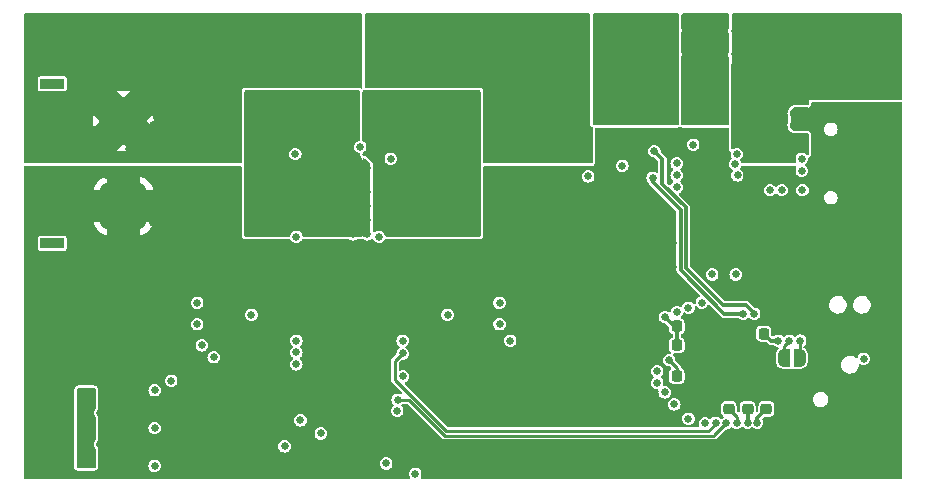
<source format=gbr>
%TF.GenerationSoftware,KiCad,Pcbnew,7.0.8*%
%TF.CreationDate,2024-04-29T01:12:31-04:00*%
%TF.ProjectId,PD Charger,50442043-6861-4726-9765-722e6b696361,rev?*%
%TF.SameCoordinates,Original*%
%TF.FileFunction,Copper,L4,Bot*%
%TF.FilePolarity,Positive*%
%FSLAX46Y46*%
G04 Gerber Fmt 4.6, Leading zero omitted, Abs format (unit mm)*
G04 Created by KiCad (PCBNEW 7.0.8) date 2024-04-29 01:12:31*
%MOMM*%
%LPD*%
G01*
G04 APERTURE LIST*
G04 Aperture macros list*
%AMRoundRect*
0 Rectangle with rounded corners*
0 $1 Rounding radius*
0 $2 $3 $4 $5 $6 $7 $8 $9 X,Y pos of 4 corners*
0 Add a 4 corners polygon primitive as box body*
4,1,4,$2,$3,$4,$5,$6,$7,$8,$9,$2,$3,0*
0 Add four circle primitives for the rounded corners*
1,1,$1+$1,$2,$3*
1,1,$1+$1,$4,$5*
1,1,$1+$1,$6,$7*
1,1,$1+$1,$8,$9*
0 Add four rect primitives between the rounded corners*
20,1,$1+$1,$2,$3,$4,$5,0*
20,1,$1+$1,$4,$5,$6,$7,0*
20,1,$1+$1,$6,$7,$8,$9,0*
20,1,$1+$1,$8,$9,$2,$3,0*%
%AMFreePoly0*
4,1,19,0.500000,-0.750000,0.000000,-0.750000,0.000000,-0.744911,-0.071157,-0.744911,-0.207708,-0.704816,-0.327430,-0.627875,-0.420627,-0.520320,-0.479746,-0.390866,-0.500000,-0.250000,-0.500000,0.250000,-0.479746,0.390866,-0.420627,0.520320,-0.327430,0.627875,-0.207708,0.704816,-0.071157,0.744911,0.000000,0.744911,0.000000,0.750000,0.500000,0.750000,0.500000,-0.750000,0.500000,-0.750000,
$1*%
%AMFreePoly1*
4,1,19,0.000000,0.744911,0.071157,0.744911,0.207708,0.704816,0.327430,0.627875,0.420627,0.520320,0.479746,0.390866,0.500000,0.250000,0.500000,-0.250000,0.479746,-0.390866,0.420627,-0.520320,0.327430,-0.627875,0.207708,-0.704816,0.071157,-0.744911,0.000000,-0.744911,0.000000,-0.750000,-0.500000,-0.750000,-0.500000,0.750000,0.000000,0.750000,0.000000,0.744911,0.000000,0.744911,
$1*%
G04 Aperture macros list end*
%TA.AperFunction,ComponentPad*%
%ADD10O,2.100000X1.000000*%
%TD*%
%TA.AperFunction,ComponentPad*%
%ADD11O,1.800000X1.000000*%
%TD*%
%TA.AperFunction,ComponentPad*%
%ADD12R,2.000000X0.900000*%
%TD*%
%TA.AperFunction,ComponentPad*%
%ADD13RoundRect,1.025000X1.025000X-1.025000X1.025000X1.025000X-1.025000X1.025000X-1.025000X-1.025000X0*%
%TD*%
%TA.AperFunction,ComponentPad*%
%ADD14C,4.100000*%
%TD*%
%TA.AperFunction,SMDPad,CuDef*%
%ADD15RoundRect,0.250000X-0.700000X1.950000X-0.700000X-1.950000X0.700000X-1.950000X0.700000X1.950000X0*%
%TD*%
%TA.AperFunction,SMDPad,CuDef*%
%ADD16RoundRect,0.250000X0.475000X-0.250000X0.475000X0.250000X-0.475000X0.250000X-0.475000X-0.250000X0*%
%TD*%
%TA.AperFunction,SMDPad,CuDef*%
%ADD17RoundRect,0.225000X0.250000X-0.225000X0.250000X0.225000X-0.250000X0.225000X-0.250000X-0.225000X0*%
%TD*%
%TA.AperFunction,SMDPad,CuDef*%
%ADD18FreePoly0,0.000000*%
%TD*%
%TA.AperFunction,SMDPad,CuDef*%
%ADD19FreePoly1,0.000000*%
%TD*%
%TA.AperFunction,SMDPad,CuDef*%
%ADD20RoundRect,0.225000X-0.225000X-0.250000X0.225000X-0.250000X0.225000X0.250000X-0.225000X0.250000X0*%
%TD*%
%TA.AperFunction,SMDPad,CuDef*%
%ADD21RoundRect,0.250000X-0.250000X-0.475000X0.250000X-0.475000X0.250000X0.475000X-0.250000X0.475000X0*%
%TD*%
%TA.AperFunction,SMDPad,CuDef*%
%ADD22R,3.825000X12.320000*%
%TD*%
%TA.AperFunction,SMDPad,CuDef*%
%ADD23RoundRect,0.225000X0.225000X0.250000X-0.225000X0.250000X-0.225000X-0.250000X0.225000X-0.250000X0*%
%TD*%
%TA.AperFunction,ViaPad*%
%ADD24C,0.650000*%
%TD*%
%TA.AperFunction,Conductor*%
%ADD25C,0.250000*%
%TD*%
%TA.AperFunction,Conductor*%
%ADD26C,0.300000*%
%TD*%
G04 APERTURE END LIST*
D10*
%TO.P,J1,S1,SHIELD*%
%TO.N,GND*%
X80145000Y-29320000D03*
D11*
X84325000Y-29320000D03*
D10*
X80145000Y-20680000D03*
D11*
X84325000Y-20680000D03*
%TD*%
D12*
%TO.P,J3,*%
%TO.N,*%
X14750000Y-31750000D03*
X14750000Y-18250000D03*
D13*
%TO.P,J3,1,Pin_1*%
%TO.N,GND*%
X20750000Y-28600000D03*
D14*
%TO.P,J3,2,Pin_2*%
%TO.N,VS*%
X20750000Y-21400000D03*
%TD*%
D15*
%TO.P,C2,1*%
%TO.N,IS*%
X57000000Y-20650000D03*
%TO.P,C2,2*%
%TO.N,GND*%
X57000000Y-29350000D03*
%TD*%
%TO.P,C1,1*%
%TO.N,VS*%
X25000000Y-20650000D03*
%TO.P,C1,2*%
%TO.N,GND*%
X25000000Y-29350000D03*
%TD*%
D16*
%TO.P,C22,1*%
%TO.N,GND*%
X74000000Y-25950000D03*
%TO.P,C22,2*%
%TO.N,/VBUS*%
X74000000Y-24050000D03*
%TD*%
D17*
%TO.P,C26,1*%
%TO.N,/VREF+*%
X72000000Y-45775000D03*
%TO.P,C26,2*%
%TO.N,GND*%
X72000000Y-44225000D03*
%TD*%
D18*
%TO.P,JP4,1,A*%
%TO.N,/USB_DP*%
X76700000Y-41450000D03*
D19*
%TO.P,JP4,2,B*%
%TO.N,/USB_DN*%
X78000000Y-41450000D03*
%TD*%
D20*
%TO.P,C12,1*%
%TO.N,+3V3*%
X67625000Y-40400000D03*
%TO.P,C12,2*%
%TO.N,GND*%
X69175000Y-40400000D03*
%TD*%
%TO.P,C13,1*%
%TO.N,+3V3*%
X67625000Y-38800000D03*
%TO.P,C13,2*%
%TO.N,GND*%
X69175000Y-38800000D03*
%TD*%
%TO.P,C11,1*%
%TO.N,/~{RST}*%
X67625000Y-43000000D03*
%TO.P,C11,2*%
%TO.N,GND*%
X69175000Y-43000000D03*
%TD*%
D17*
%TO.P,C25,1*%
%TO.N,+3V3*%
X73600000Y-45775000D03*
%TO.P,C25,2*%
%TO.N,GND*%
X73600000Y-44225000D03*
%TD*%
D21*
%TO.P,C30,1*%
%TO.N,GND*%
X15850000Y-44800000D03*
%TO.P,C30,2*%
%TO.N,VS*%
X17750000Y-44800000D03*
%TD*%
D22*
%TO.P,L1,1,1*%
%TO.N,LS*%
X32877500Y-25000000D03*
%TO.P,L1,2,2*%
%TO.N,SW2*%
X49122500Y-25000000D03*
%TD*%
D17*
%TO.P,C24,1*%
%TO.N,+3V3*%
X75200000Y-45775000D03*
%TO.P,C24,2*%
%TO.N,GND*%
X75200000Y-44225000D03*
%TD*%
D21*
%TO.P,C31,1*%
%TO.N,GND*%
X15850000Y-50000000D03*
%TO.P,C31,2*%
%TO.N,VS*%
X17750000Y-50000000D03*
%TD*%
D23*
%TO.P,C23,1*%
%TO.N,+3V3*%
X74975000Y-39400000D03*
%TO.P,C23,2*%
%TO.N,GND*%
X73425000Y-39400000D03*
%TD*%
D24*
%TO.N,VD*%
X53500000Y-40000000D03*
%TO.N,GND*%
X33500000Y-43000000D03*
X33500000Y-45000000D03*
X29400500Y-44500000D03*
X28000000Y-44500000D03*
X26500000Y-44500000D03*
X73600000Y-44225000D03*
X69800000Y-44225000D03*
X73600000Y-40200000D03*
X69800000Y-40200000D03*
X71725000Y-42370000D03*
X41150500Y-45000000D03*
X38800000Y-45000000D03*
X41300000Y-43000000D03*
X38800000Y-43000000D03*
X41300000Y-41000000D03*
X38800000Y-41000000D03*
X41300000Y-39000000D03*
X38800000Y-39000000D03*
%TO.N,SW1*%
X31600000Y-37800000D03*
X35400000Y-40000000D03*
X40800000Y-23600000D03*
%TO.N,SW2*%
X45200000Y-25400000D03*
X44600000Y-24600000D03*
X46400000Y-25400000D03*
X42800000Y-25400000D03*
X44000000Y-25400000D03*
X42400000Y-28000000D03*
X48200000Y-37800000D03*
X45800000Y-24600000D03*
X46600000Y-23600000D03*
X42200000Y-24600000D03*
X42200000Y-21800000D03*
X42400000Y-29600000D03*
X47000000Y-24600000D03*
X46600000Y-26400000D03*
X42200000Y-20200000D03*
%TO.N,GND*%
X29250000Y-28000000D03*
X75200000Y-47400000D03*
X67250000Y-33750000D03*
X59000000Y-31500000D03*
X55250000Y-28000000D03*
X23250000Y-34000000D03*
X31400000Y-47200000D03*
X83250000Y-31750000D03*
X79250000Y-35750000D03*
X75200000Y-35800000D03*
X13600000Y-48800000D03*
X15250000Y-34000000D03*
X53250000Y-34000000D03*
X55250000Y-34000000D03*
X79250000Y-31750000D03*
X59000000Y-35000000D03*
X17250000Y-36000000D03*
X13250000Y-36000000D03*
X17250000Y-28000000D03*
X53250000Y-30000000D03*
X27250000Y-30000000D03*
X43250000Y-32000000D03*
X23250000Y-32000000D03*
X15250000Y-30000000D03*
X69000000Y-26600000D03*
X55250000Y-32000000D03*
X73250000Y-31750000D03*
X13600000Y-46600000D03*
X37250000Y-34000000D03*
X27250000Y-26000000D03*
X23250000Y-28000000D03*
X77500000Y-21750000D03*
X69800000Y-42370000D03*
X13250000Y-30000000D03*
X29250000Y-30000000D03*
X27250000Y-34000000D03*
X85250000Y-33750000D03*
X81250000Y-35750000D03*
X19250000Y-32000000D03*
X43250000Y-34000000D03*
X15250000Y-28000000D03*
X85250000Y-35750000D03*
X31250000Y-32000000D03*
X59000000Y-30250000D03*
X71250000Y-31750000D03*
X71725000Y-44225000D03*
X25250000Y-34000000D03*
X20400000Y-45000000D03*
X62000000Y-31500000D03*
X21250000Y-34000000D03*
X65250000Y-35750000D03*
X21250000Y-32000000D03*
X18775500Y-46101019D03*
X77250000Y-33750000D03*
X55250000Y-30000000D03*
X27250000Y-28000000D03*
X77000000Y-29250000D03*
X25250000Y-32000000D03*
X47500000Y-34000000D03*
X23250000Y-36000000D03*
X77250000Y-35750000D03*
X75500000Y-28500000D03*
X33250000Y-34000000D03*
X85250000Y-31750000D03*
X20400000Y-50024500D03*
X19250000Y-36000000D03*
X77200000Y-46000000D03*
X35250000Y-32500000D03*
X53250000Y-32000000D03*
X23250000Y-26000000D03*
X83250000Y-35750000D03*
X19250000Y-34000000D03*
X37250000Y-32000000D03*
X78500000Y-21750000D03*
X25250000Y-26000000D03*
X77250000Y-31750000D03*
X21250000Y-26000000D03*
X62000000Y-33750000D03*
X77500000Y-20750000D03*
X27250000Y-32000000D03*
X17250000Y-26000000D03*
X17250000Y-32000000D03*
X13250000Y-28000000D03*
X77200000Y-44000000D03*
X81250000Y-31750000D03*
X51250000Y-32000000D03*
X83250000Y-33750000D03*
X23250000Y-30000000D03*
X20400000Y-43400000D03*
X20400000Y-50800000D03*
X75250000Y-33750000D03*
X69250000Y-31750000D03*
X62000000Y-35000000D03*
X67250000Y-35750000D03*
X15250000Y-36000000D03*
X29250000Y-32000000D03*
X31400000Y-48800000D03*
X18775500Y-48775500D03*
X79250000Y-33750000D03*
X42000000Y-49800000D03*
X71800000Y-26600000D03*
X77200000Y-38000000D03*
X65250000Y-33750000D03*
X71250000Y-33750000D03*
X67250000Y-31750000D03*
X78000000Y-29250000D03*
X65250000Y-31750000D03*
X69250000Y-33750000D03*
X13600000Y-50400000D03*
X15250000Y-26000000D03*
X21250000Y-36000000D03*
X25250000Y-30000000D03*
X81250000Y-33750000D03*
X29250000Y-26000000D03*
X59037500Y-32600000D03*
X71725000Y-40200000D03*
X73250000Y-33750000D03*
X53250000Y-28000000D03*
X35250000Y-34000000D03*
X41250000Y-34000000D03*
X77500000Y-28500000D03*
X13250000Y-34000000D03*
X45500000Y-34000000D03*
X73600000Y-42370000D03*
X20400000Y-44200000D03*
X75250000Y-31750000D03*
X17250000Y-34000000D03*
X78000000Y-21250000D03*
X45500000Y-32000000D03*
X78500000Y-20750000D03*
X61962500Y-32600000D03*
X41250000Y-32000000D03*
X70405000Y-25000000D03*
X19250000Y-26000000D03*
X62000000Y-30250000D03*
X67600000Y-22449500D03*
X25250000Y-28000000D03*
X13250000Y-26000000D03*
X59000000Y-33750000D03*
X76500000Y-28500000D03*
X17250000Y-30000000D03*
X25250000Y-36000000D03*
%TO.N,/VCTRLI*%
X67400000Y-45400000D03*
X34400000Y-48950500D03*
%TO.N,/~{RST}*%
X66959266Y-41640734D03*
%TO.N,+3V3*%
X66600000Y-38000000D03*
X73600000Y-46943156D03*
X83450000Y-41525000D03*
X76200000Y-40000000D03*
X23400000Y-44200000D03*
X72551394Y-25035923D03*
X74400000Y-46943156D03*
X23400000Y-50600000D03*
X23400000Y-47400000D03*
X69000000Y-23400000D03*
%TO.N,LS*%
X41400000Y-25400000D03*
X40200000Y-28600000D03*
X41400000Y-31000000D03*
X40800000Y-26400000D03*
X40200000Y-27400000D03*
X40800000Y-30400000D03*
X41400000Y-28600000D03*
X40200000Y-25400000D03*
X40800000Y-29200000D03*
X40800000Y-28000000D03*
X40200000Y-31000000D03*
X41400000Y-29800000D03*
X40200000Y-29800000D03*
X35400000Y-41000000D03*
X41400000Y-27400000D03*
%TO.N,/G1*%
X35400000Y-31200000D03*
X27000000Y-36800000D03*
%TO.N,VS*%
X17990734Y-45609266D03*
X31250000Y-17750000D03*
X13250000Y-21750000D03*
X15250000Y-15750000D03*
X35250000Y-17750000D03*
X13250000Y-23750000D03*
X17250000Y-17750000D03*
X37250000Y-13750000D03*
X15250000Y-21750000D03*
X31250000Y-13750000D03*
X21250000Y-15750000D03*
X15250000Y-19750000D03*
X19250000Y-13750000D03*
X27250000Y-21750000D03*
X21250000Y-23750000D03*
X31250000Y-15750000D03*
X33250000Y-15750000D03*
X35250000Y-13750000D03*
X19250000Y-23750000D03*
X35250000Y-15750000D03*
X13250000Y-15750000D03*
X33250000Y-13750000D03*
X23250000Y-23750000D03*
X37250000Y-17750000D03*
X25250000Y-17750000D03*
X17250000Y-19750000D03*
X27400000Y-40400000D03*
X33250000Y-17750000D03*
X37250000Y-15750000D03*
X29250000Y-17750000D03*
X29250000Y-13750000D03*
X39250000Y-15750000D03*
X28400000Y-41400000D03*
X21250000Y-13750000D03*
X15250000Y-13750000D03*
X17250000Y-23750000D03*
X25250000Y-15750000D03*
X17200000Y-45600000D03*
X19250000Y-17750000D03*
X39250000Y-17750000D03*
X27250000Y-17750000D03*
X29250000Y-21750000D03*
X27250000Y-13750000D03*
X17250000Y-21750000D03*
X27250000Y-19750000D03*
X23250000Y-21750000D03*
X29250000Y-19750000D03*
X25250000Y-13750000D03*
X17250000Y-15750000D03*
X17250000Y-13750000D03*
X27250000Y-15750000D03*
X29250000Y-15750000D03*
X18000000Y-49200000D03*
X15250000Y-23750000D03*
X23250000Y-17750000D03*
X23250000Y-13750000D03*
X23250000Y-19750000D03*
X17200000Y-49200000D03*
X23250000Y-15750000D03*
X13250000Y-19750000D03*
X19250000Y-15750000D03*
X13250000Y-13750000D03*
X35400000Y-42000000D03*
X39250000Y-13750000D03*
X21250000Y-17750000D03*
%TO.N,/G2*%
X27000000Y-38600000D03*
X35314500Y-24200000D03*
%TO.N,/G3*%
X52600000Y-36800000D03*
X42400000Y-31200000D03*
%TO.N,IS*%
X45000000Y-15750000D03*
X59250000Y-13750000D03*
X55250000Y-15750000D03*
X55250000Y-19750000D03*
X55250000Y-21750000D03*
X49250000Y-17750000D03*
X43000000Y-17750000D03*
X51250000Y-15750000D03*
X57250000Y-15750000D03*
X57250000Y-13750000D03*
X43000000Y-15750000D03*
X55250000Y-17750000D03*
X59000000Y-17500000D03*
X51250000Y-13750000D03*
X35750000Y-46750000D03*
X43000000Y-13750000D03*
X45000000Y-13750000D03*
X45000000Y-17750000D03*
X47000000Y-13750000D03*
X53250000Y-15750000D03*
X49250000Y-13750000D03*
X53250000Y-21750000D03*
X59250000Y-15750000D03*
X51250000Y-17750000D03*
X53250000Y-17750000D03*
X53250000Y-19750000D03*
X47000000Y-15750000D03*
X47000000Y-17750000D03*
X53250000Y-13750000D03*
X49250000Y-15750000D03*
X55250000Y-13750000D03*
%TO.N,/G4*%
X52600000Y-38600000D03*
X43400000Y-24600000D03*
%TO.N,VD*%
X43940734Y-45940734D03*
X61250000Y-19750000D03*
X62000000Y-17500000D03*
X63250000Y-15750000D03*
X67500000Y-13750000D03*
X62250000Y-20750000D03*
X63250000Y-19750000D03*
X61250000Y-15750000D03*
X67500000Y-15750000D03*
X61250000Y-13750000D03*
X63250000Y-17750000D03*
X44400000Y-40000000D03*
X65250000Y-15750000D03*
X65250000Y-13750000D03*
X63250000Y-13750000D03*
X62250000Y-18750000D03*
%TO.N,/FB*%
X60100500Y-26100000D03*
X44400000Y-43035750D03*
%TO.N,/CC1*%
X70600000Y-34400000D03*
X72750500Y-26000000D03*
%TO.N,/USB_DP*%
X77150000Y-40000000D03*
X78200000Y-24600000D03*
%TO.N,/CC2*%
X72692734Y-24198261D03*
X72600000Y-34400000D03*
%TO.N,/INT_N*%
X67600000Y-25000000D03*
X67600000Y-37600000D03*
%TO.N,/SCL*%
X68600000Y-37200000D03*
X67600000Y-26000000D03*
%TO.N,/SDA*%
X69734082Y-36781593D03*
X67600000Y-27000000D03*
%TO.N,/VIN_SENSE*%
X65950500Y-42600000D03*
X24800000Y-43400000D03*
%TO.N,/VOUT_SENSE*%
X63000000Y-25200000D03*
X65949500Y-43580680D03*
%TO.N,/VCTRLV*%
X37475500Y-47860120D03*
X66581114Y-44381114D03*
%TO.N,/VADJ*%
X70012679Y-47008592D03*
X45462786Y-51274500D03*
%TO.N,/~{RUN}*%
X68600000Y-46600000D03*
X43000000Y-50400000D03*
%TO.N,/OUTDIS*%
X65710206Y-23950500D03*
X74157591Y-37724500D03*
%TO.N,/LOADEN*%
X73228835Y-37724500D03*
X65572700Y-26200000D03*
%TO.N,/ISMON*%
X43975500Y-45000000D03*
X71800000Y-47000000D03*
%TO.N,/SYNC*%
X70915982Y-46965485D03*
X44400000Y-41086750D03*
%TO.N,/COM_S*%
X70250000Y-19000000D03*
X70250000Y-17750000D03*
X70250000Y-16500000D03*
X70250000Y-20250000D03*
%TO.N,/VBUS*%
X77500000Y-22750000D03*
X78500000Y-17750000D03*
X82500000Y-13750000D03*
X72500000Y-13750000D03*
X82500000Y-17750000D03*
X80500000Y-17750000D03*
X75500000Y-23500000D03*
X78250000Y-27250000D03*
X78500000Y-15750000D03*
X76500000Y-13750000D03*
X80500000Y-15750000D03*
X75500000Y-24250000D03*
X76500000Y-22750000D03*
X76500000Y-23500000D03*
X74500000Y-15750000D03*
X84500000Y-15750000D03*
X76500000Y-15750000D03*
X84500000Y-13750000D03*
X76500000Y-27250000D03*
X84500000Y-17750000D03*
X82500000Y-15750000D03*
X80500000Y-13750000D03*
X74500000Y-13750000D03*
X75500000Y-22750000D03*
X75500000Y-27250000D03*
X72500000Y-15750000D03*
X78500000Y-13750000D03*
%TO.N,/USB_DN*%
X78050000Y-40000000D03*
X78200000Y-25600000D03*
%TO.N,/VREF+*%
X72677536Y-46974580D03*
%TD*%
D25*
%TO.N,/~{RST}*%
X67625000Y-43000000D02*
X67625000Y-42306468D01*
X67625000Y-42306468D02*
X66959266Y-41640734D01*
D26*
%TO.N,+3V3*%
X73600000Y-46943156D02*
X73600000Y-45775000D01*
X76200000Y-40004595D02*
X76200000Y-40000000D01*
X76200000Y-40000000D02*
X75575000Y-40000000D01*
X74400000Y-46575000D02*
X75200000Y-45775000D01*
X75575000Y-40000000D02*
X74975000Y-39400000D01*
X67625000Y-38800000D02*
X67400000Y-38800000D01*
X74400000Y-46943156D02*
X74400000Y-46575000D01*
X67400000Y-38800000D02*
X66600000Y-38000000D01*
X67625000Y-40400000D02*
X67625000Y-38800000D01*
D25*
%TO.N,/USB_DP*%
X76700000Y-41450000D02*
X76700000Y-40450000D01*
X76700000Y-40450000D02*
X77150000Y-40000000D01*
D26*
%TO.N,/OUTDIS*%
X66400000Y-24640294D02*
X65710206Y-23950500D01*
X74157591Y-37698661D02*
X73458930Y-37000000D01*
X73458930Y-37000000D02*
X71510954Y-37000000D01*
X71510954Y-37000000D02*
X68352000Y-33841046D01*
X68352000Y-33841046D02*
X68352000Y-28706595D01*
X74157591Y-37724500D02*
X74157591Y-37698661D01*
X66400000Y-26754595D02*
X66400000Y-24640294D01*
X68352000Y-28706595D02*
X66400000Y-26754595D01*
%TO.N,/LOADEN*%
X65572700Y-26200000D02*
X65572700Y-26572700D01*
X65572700Y-26572700D02*
X67925000Y-28925000D01*
X67925000Y-34017916D02*
X71631584Y-37724500D01*
X67925000Y-28925000D02*
X67925000Y-34017916D01*
X71631584Y-37724500D02*
X73228835Y-37724500D01*
D25*
%TO.N,/ISMON*%
X47947444Y-48035592D02*
X70764408Y-48035592D01*
X71800000Y-47000000D02*
X70800000Y-48000000D01*
X43975500Y-45000000D02*
X44911852Y-45000000D01*
X47947444Y-48035592D02*
X44911852Y-45000000D01*
X70800000Y-48000000D02*
X70764408Y-48035592D01*
%TO.N,/SYNC*%
X70915982Y-46965485D02*
X70915982Y-47024528D01*
X43750000Y-43304989D02*
X43750000Y-41736750D01*
X48103603Y-47658592D02*
X43750000Y-43304989D01*
X43750000Y-41736750D02*
X44400000Y-41086750D01*
X48103603Y-47658592D02*
X70281918Y-47658592D01*
X70915982Y-47024528D02*
X70281918Y-47658592D01*
%TO.N,/USB_DN*%
X78000000Y-41450000D02*
X78000000Y-40050000D01*
X78000000Y-40050000D02*
X78050000Y-40000000D01*
%TO.N,/VREF+*%
X72677536Y-46452536D02*
X72000000Y-45775000D01*
X72677536Y-46974580D02*
X72677536Y-46452536D01*
%TD*%
%TA.AperFunction,Conductor*%
%TO.N,IS*%
G36*
X60237539Y-12320185D02*
G01*
X60283294Y-12372989D01*
X60294500Y-12424500D01*
X60294500Y-21641002D01*
X60297029Y-21673142D01*
X60297029Y-21673143D01*
X60302364Y-21706828D01*
X60303136Y-21711371D01*
X60303137Y-21711377D01*
X60339081Y-21795473D01*
X60376577Y-21847082D01*
X60378677Y-21849972D01*
X60402918Y-21877718D01*
X60439599Y-21899633D01*
X60487052Y-21950914D01*
X60500000Y-22006081D01*
X60500000Y-24876000D01*
X60480315Y-24943039D01*
X60427511Y-24988794D01*
X60376000Y-25000000D01*
X51359500Y-25000000D01*
X51292461Y-24980315D01*
X51246706Y-24927511D01*
X51235500Y-24876000D01*
X51235500Y-18820249D01*
X51235499Y-18820247D01*
X51223868Y-18761770D01*
X51223867Y-18761769D01*
X51179552Y-18695447D01*
X51113230Y-18651132D01*
X51113229Y-18651131D01*
X51054752Y-18639500D01*
X51052080Y-18639237D01*
X51049744Y-18638504D01*
X51048774Y-18638311D01*
X51048794Y-18638206D01*
X51007363Y-18625203D01*
X51007361Y-18625209D01*
X51007302Y-18625184D01*
X51003694Y-18624052D01*
X51000939Y-18622511D01*
X51000938Y-18622510D01*
X51000937Y-18622510D01*
X50969530Y-18613288D01*
X50933903Y-18602826D01*
X50933899Y-18602825D01*
X50933898Y-18602825D01*
X50876000Y-18594500D01*
X50875996Y-18594500D01*
X41329500Y-18594500D01*
X41262461Y-18574815D01*
X41216706Y-18522011D01*
X41205500Y-18470500D01*
X41205500Y-12424500D01*
X41225185Y-12357461D01*
X41277989Y-12311706D01*
X41329500Y-12300500D01*
X60170500Y-12300500D01*
X60237539Y-12320185D01*
G37*
%TD.AperFunction*%
%TD*%
%TA.AperFunction,Conductor*%
%TO.N,VS*%
G36*
X40959191Y-12319407D02*
G01*
X40995155Y-12368907D01*
X41000000Y-12399500D01*
X41000000Y-18563392D01*
X40981093Y-18621583D01*
X40947543Y-18650769D01*
X40943212Y-18653076D01*
X40882964Y-18663746D01*
X40848340Y-18652101D01*
X40795438Y-18622510D01*
X40795437Y-18622509D01*
X40728404Y-18602826D01*
X40728395Y-18602824D01*
X40682184Y-18596180D01*
X40670500Y-18594500D01*
X31124000Y-18594500D01*
X31092797Y-18597855D01*
X31080314Y-18599197D01*
X31028806Y-18610402D01*
X31018629Y-18612889D01*
X31018622Y-18612892D01*
X30990517Y-18627869D01*
X30949986Y-18637994D01*
X30950088Y-18639024D01*
X30945241Y-18639501D01*
X30886772Y-18651132D01*
X30886766Y-18651134D01*
X30820451Y-18695445D01*
X30820445Y-18695451D01*
X30776134Y-18761766D01*
X30776132Y-18761772D01*
X30764501Y-18820241D01*
X30764500Y-18820253D01*
X30764500Y-24901000D01*
X30745593Y-24959191D01*
X30696093Y-24995155D01*
X30665500Y-25000000D01*
X12399500Y-25000000D01*
X12341309Y-24981093D01*
X12305345Y-24931593D01*
X12300500Y-24901000D01*
X12300500Y-23893561D01*
X20208051Y-23893561D01*
X20271223Y-23909782D01*
X20271240Y-23909785D01*
X20589568Y-23950000D01*
X20910432Y-23950000D01*
X21228759Y-23909785D01*
X21228776Y-23909782D01*
X21291946Y-23893562D01*
X20749999Y-23351615D01*
X20208051Y-23893561D01*
X12300500Y-23893561D01*
X12300500Y-21400000D01*
X18194958Y-21400000D01*
X18215105Y-21720237D01*
X18257244Y-21941138D01*
X18798382Y-21400000D01*
X19394843Y-21400000D01*
X19415431Y-21635321D01*
X19476569Y-21863491D01*
X19576400Y-22077578D01*
X19711890Y-22271078D01*
X19878922Y-22438110D01*
X20072422Y-22573600D01*
X20286509Y-22673431D01*
X20514679Y-22734569D01*
X20691055Y-22750000D01*
X20808945Y-22750000D01*
X20985321Y-22734569D01*
X21213491Y-22673431D01*
X21427578Y-22573600D01*
X21621078Y-22438110D01*
X21788110Y-22271078D01*
X21923600Y-22077579D01*
X22023431Y-21863491D01*
X22084569Y-21635321D01*
X22105157Y-21400000D01*
X22105157Y-21399999D01*
X22701615Y-21399999D01*
X23242754Y-21941138D01*
X23284894Y-21720237D01*
X23305041Y-21400000D01*
X23284894Y-21079762D01*
X23242754Y-20858860D01*
X22701615Y-21399999D01*
X22105157Y-21399999D01*
X22084569Y-21164679D01*
X22023431Y-20936509D01*
X21923600Y-20722422D01*
X21788110Y-20528922D01*
X21621078Y-20361890D01*
X21427578Y-20226400D01*
X21213491Y-20126569D01*
X20985321Y-20065431D01*
X20808945Y-20050000D01*
X20691055Y-20050000D01*
X20514679Y-20065431D01*
X20286509Y-20126569D01*
X20072422Y-20226400D01*
X19878922Y-20361890D01*
X19711890Y-20528922D01*
X19576400Y-20722421D01*
X19476569Y-20936509D01*
X19415431Y-21164679D01*
X19394843Y-21400000D01*
X18798382Y-21400000D01*
X18798383Y-21399999D01*
X18257245Y-20858861D01*
X18215105Y-21079770D01*
X18194958Y-21400000D01*
X12300500Y-21400000D01*
X12300500Y-18906437D01*
X20208053Y-18906437D01*
X20749999Y-19448383D01*
X21291946Y-18906437D01*
X21228760Y-18890214D01*
X21228764Y-18890214D01*
X20910432Y-18850000D01*
X20589568Y-18850000D01*
X20271237Y-18890214D01*
X20208053Y-18906437D01*
X12300500Y-18906437D01*
X12300500Y-18719746D01*
X13549500Y-18719746D01*
X13549501Y-18719758D01*
X13561132Y-18778227D01*
X13561134Y-18778233D01*
X13594926Y-18828805D01*
X13605448Y-18844552D01*
X13671769Y-18888867D01*
X13716231Y-18897711D01*
X13730241Y-18900498D01*
X13730246Y-18900498D01*
X13730252Y-18900500D01*
X13730253Y-18900500D01*
X15769747Y-18900500D01*
X15769748Y-18900500D01*
X15828231Y-18888867D01*
X15894552Y-18844552D01*
X15938867Y-18778231D01*
X15950500Y-18719748D01*
X15950500Y-17780252D01*
X15938867Y-17721769D01*
X15894552Y-17655448D01*
X15894548Y-17655445D01*
X15828233Y-17611134D01*
X15828231Y-17611133D01*
X15828228Y-17611132D01*
X15828227Y-17611132D01*
X15769758Y-17599501D01*
X15769748Y-17599500D01*
X13730252Y-17599500D01*
X13730251Y-17599500D01*
X13730241Y-17599501D01*
X13671772Y-17611132D01*
X13671766Y-17611134D01*
X13605451Y-17655445D01*
X13605445Y-17655451D01*
X13561134Y-17721766D01*
X13561132Y-17721772D01*
X13549501Y-17780241D01*
X13549500Y-17780253D01*
X13549500Y-18719746D01*
X12300500Y-18719746D01*
X12300500Y-12399500D01*
X12319407Y-12341309D01*
X12368907Y-12305345D01*
X12399500Y-12300500D01*
X40901000Y-12300500D01*
X40959191Y-12319407D01*
G37*
%TD.AperFunction*%
%TD*%
%TA.AperFunction,Conductor*%
%TO.N,/COM_S*%
G36*
X71997363Y-12321317D02*
G01*
X72036959Y-12375817D01*
X72042292Y-12410086D01*
X72036568Y-13474521D01*
X72028274Y-13515646D01*
X71988025Y-13612817D01*
X71988024Y-13612821D01*
X71969965Y-13749997D01*
X71969965Y-13750002D01*
X71988024Y-13887177D01*
X71988025Y-13887181D01*
X72025343Y-13977277D01*
X72033637Y-14019574D01*
X72025674Y-15500822D01*
X72017380Y-15541947D01*
X71988025Y-15612817D01*
X71988024Y-15612821D01*
X71969965Y-15749997D01*
X71969965Y-15750002D01*
X71988024Y-15887178D01*
X71988027Y-15887188D01*
X72014728Y-15951651D01*
X72023023Y-15993948D01*
X71994500Y-21299448D01*
X71994500Y-21641000D01*
X71973683Y-21705069D01*
X71919183Y-21744665D01*
X71885500Y-21750000D01*
X68109000Y-21750000D01*
X68044931Y-21729183D01*
X68005335Y-21674683D01*
X68000000Y-21641000D01*
X68000000Y-15937772D01*
X68008298Y-15896058D01*
X68011973Y-15887185D01*
X68011975Y-15887178D01*
X68030035Y-15750002D01*
X68030035Y-15749997D01*
X68011975Y-15612822D01*
X68011974Y-15612819D01*
X68011974Y-15612817D01*
X68008297Y-15603939D01*
X68000000Y-15562228D01*
X68000000Y-13937772D01*
X68008298Y-13896058D01*
X68011973Y-13887185D01*
X68011975Y-13887178D01*
X68030035Y-13750002D01*
X68030035Y-13749997D01*
X68011975Y-13612822D01*
X68011974Y-13612819D01*
X68011974Y-13612817D01*
X68008297Y-13603939D01*
X68000000Y-13562228D01*
X68000000Y-12409500D01*
X68020817Y-12345431D01*
X68075317Y-12305835D01*
X68109000Y-12300500D01*
X71933294Y-12300500D01*
X71997363Y-12321317D01*
G37*
%TD.AperFunction*%
%TD*%
%TA.AperFunction,Conductor*%
%TO.N,VD*%
G36*
X67749569Y-12321317D02*
G01*
X67789165Y-12375817D01*
X67794500Y-12409500D01*
X67794500Y-13562227D01*
X67798448Y-13602320D01*
X67798449Y-13602328D01*
X67806744Y-13644024D01*
X67806750Y-13644048D01*
X67807802Y-13647518D01*
X67811558Y-13664914D01*
X67820887Y-13735766D01*
X67820888Y-13764222D01*
X67811559Y-13835085D01*
X67807803Y-13852480D01*
X67806748Y-13855958D01*
X67806746Y-13855965D01*
X67801991Y-13879871D01*
X67798449Y-13897678D01*
X67798449Y-13897681D01*
X67798446Y-13897696D01*
X67794500Y-13937773D01*
X67794500Y-15562227D01*
X67798448Y-15602320D01*
X67798449Y-15602328D01*
X67806744Y-15644024D01*
X67806750Y-15644048D01*
X67807802Y-15647518D01*
X67811558Y-15664914D01*
X67820887Y-15735766D01*
X67820888Y-15764222D01*
X67811559Y-15835085D01*
X67807803Y-15852480D01*
X67806748Y-15855958D01*
X67806746Y-15855965D01*
X67803356Y-15873011D01*
X67798449Y-15897678D01*
X67798449Y-15897681D01*
X67798446Y-15897696D01*
X67794500Y-15937773D01*
X67794500Y-21641000D01*
X67773683Y-21705069D01*
X67719183Y-21744665D01*
X67685500Y-21750000D01*
X60609000Y-21750000D01*
X60544931Y-21729183D01*
X60505335Y-21674683D01*
X60500000Y-21641000D01*
X60500000Y-12409500D01*
X60520817Y-12345431D01*
X60575317Y-12305835D01*
X60609000Y-12300500D01*
X67685500Y-12300500D01*
X67749569Y-12321317D01*
G37*
%TD.AperFunction*%
%TD*%
%TA.AperFunction,Conductor*%
%TO.N,/VBUS*%
G36*
X86654569Y-12321317D02*
G01*
X86694165Y-12375817D01*
X86699500Y-12409500D01*
X86699500Y-19491000D01*
X86678683Y-19555069D01*
X86624183Y-19594665D01*
X86590500Y-19600000D01*
X78800000Y-19600000D01*
X78800000Y-19600001D01*
X78800000Y-19935500D01*
X78779183Y-19999569D01*
X78724683Y-20039165D01*
X78691000Y-20044500D01*
X77541113Y-20044500D01*
X77533048Y-20044817D01*
X77511977Y-20046475D01*
X77434806Y-20068239D01*
X77434800Y-20068241D01*
X77374781Y-20098822D01*
X77322774Y-20136607D01*
X77322760Y-20136619D01*
X77228261Y-20231117D01*
X77133761Y-20325618D01*
X77128696Y-20331098D01*
X77128281Y-20331547D01*
X77114553Y-20347619D01*
X77075377Y-20417574D01*
X77068439Y-20438924D01*
X77051255Y-20471585D01*
X77040976Y-20484981D01*
X76988026Y-20612814D01*
X76988024Y-20612821D01*
X76969965Y-20749997D01*
X76969965Y-20750002D01*
X76988024Y-20887178D01*
X76988026Y-20887185D01*
X77036203Y-21003496D01*
X77044500Y-21045208D01*
X77044500Y-21454793D01*
X77036203Y-21496505D01*
X76988026Y-21612814D01*
X76988024Y-21612821D01*
X76969965Y-21749997D01*
X76969965Y-21750002D01*
X76988024Y-21887178D01*
X76988026Y-21887185D01*
X77040974Y-22015014D01*
X77040978Y-22015021D01*
X77048961Y-22025425D01*
X77067389Y-22062182D01*
X77068236Y-22065186D01*
X77068241Y-22065199D01*
X77098822Y-22125218D01*
X77136607Y-22177225D01*
X77136611Y-22177230D01*
X77136615Y-22177235D01*
X77136620Y-22177240D01*
X77294908Y-22335530D01*
X77297938Y-22338479D01*
X77328934Y-22360076D01*
X77352821Y-22376719D01*
X77352824Y-22376720D01*
X77352830Y-22376724D01*
X77413624Y-22405721D01*
X77413626Y-22405722D01*
X77475265Y-22423980D01*
X77475272Y-22423982D01*
X77585075Y-22438437D01*
X77602492Y-22442200D01*
X77605956Y-22443251D01*
X77605959Y-22443251D01*
X77605964Y-22443253D01*
X77647678Y-22451551D01*
X77647692Y-22451552D01*
X77647696Y-22451553D01*
X77669158Y-22453666D01*
X77687772Y-22455500D01*
X77687774Y-22455500D01*
X78691000Y-22455500D01*
X78755069Y-22476317D01*
X78794665Y-22530817D01*
X78800000Y-22564500D01*
X78800000Y-24197603D01*
X78779183Y-24261672D01*
X78724683Y-24301268D01*
X78657317Y-24301268D01*
X78604525Y-24263959D01*
X78602770Y-24261672D01*
X78574791Y-24225209D01*
X78574786Y-24225205D01*
X78574785Y-24225204D01*
X78465018Y-24140976D01*
X78465014Y-24140974D01*
X78337185Y-24088026D01*
X78337178Y-24088024D01*
X78200003Y-24069965D01*
X78199997Y-24069965D01*
X78062821Y-24088024D01*
X78062814Y-24088026D01*
X77934981Y-24140976D01*
X77825214Y-24225204D01*
X77825204Y-24225214D01*
X77740976Y-24334981D01*
X77688026Y-24462814D01*
X77688024Y-24462821D01*
X77669965Y-24599997D01*
X77669965Y-24600002D01*
X77688024Y-24737178D01*
X77688026Y-24737185D01*
X77734460Y-24849288D01*
X77739745Y-24916446D01*
X77704546Y-24973885D01*
X77642308Y-24999664D01*
X77633757Y-25000000D01*
X73172290Y-25000000D01*
X73108221Y-24979183D01*
X73068625Y-24924683D01*
X73064223Y-24905230D01*
X73063368Y-24898743D01*
X73063367Y-24898737D01*
X73010419Y-24770908D01*
X73010418Y-24770907D01*
X73010418Y-24770906D01*
X73002380Y-24760431D01*
X72979892Y-24696934D01*
X72999023Y-24632341D01*
X73022495Y-24607605D01*
X73067525Y-24573052D01*
X73151758Y-24463279D01*
X73204708Y-24335444D01*
X73209208Y-24301268D01*
X73222769Y-24198263D01*
X73222769Y-24198258D01*
X73204709Y-24061082D01*
X73204707Y-24061075D01*
X73151757Y-23933242D01*
X73067529Y-23823475D01*
X73067528Y-23823474D01*
X73067525Y-23823470D01*
X73067520Y-23823466D01*
X73067519Y-23823465D01*
X72957752Y-23739237D01*
X72957748Y-23739235D01*
X72829919Y-23686287D01*
X72829912Y-23686285D01*
X72692737Y-23668226D01*
X72692731Y-23668226D01*
X72555555Y-23686285D01*
X72555548Y-23686287D01*
X72427718Y-23739236D01*
X72375355Y-23779416D01*
X72311853Y-23801903D01*
X72247262Y-23782770D01*
X72206252Y-23729325D01*
X72200000Y-23692940D01*
X72200000Y-21300000D01*
X72202957Y-20749997D01*
X72247801Y-12408912D01*
X72268962Y-12344958D01*
X72323674Y-12305655D01*
X72356799Y-12300500D01*
X86590500Y-12300500D01*
X86654569Y-12321317D01*
G37*
%TD.AperFunction*%
%TD*%
%TA.AperFunction,Conductor*%
%TO.N,VS*%
G36*
X18343039Y-44019685D02*
G01*
X18388794Y-44072489D01*
X18400000Y-44124000D01*
X18400000Y-45685058D01*
X18380315Y-45752097D01*
X18374376Y-45760544D01*
X18316475Y-45836001D01*
X18263527Y-45963832D01*
X18263526Y-45963837D01*
X18245465Y-46101018D01*
X18245465Y-46101019D01*
X18263526Y-46238200D01*
X18263527Y-46238205D01*
X18316475Y-46366035D01*
X18316476Y-46366037D01*
X18374375Y-46441491D01*
X18399570Y-46506659D01*
X18400000Y-46516978D01*
X18400000Y-48359539D01*
X18380315Y-48426578D01*
X18374376Y-48435025D01*
X18316475Y-48510482D01*
X18263527Y-48638313D01*
X18263526Y-48638318D01*
X18245465Y-48775499D01*
X18245465Y-48775500D01*
X18263526Y-48912681D01*
X18263527Y-48912686D01*
X18316475Y-49040516D01*
X18316476Y-49040518D01*
X18374375Y-49115972D01*
X18399570Y-49181140D01*
X18400000Y-49191459D01*
X18400000Y-50676000D01*
X18380315Y-50743039D01*
X18327511Y-50788794D01*
X18276000Y-50800000D01*
X16924000Y-50800000D01*
X16856961Y-50780315D01*
X16811206Y-50727511D01*
X16800000Y-50676000D01*
X16800000Y-44124000D01*
X16819685Y-44056961D01*
X16872489Y-44011206D01*
X16924000Y-44000000D01*
X18276000Y-44000000D01*
X18343039Y-44019685D01*
G37*
%TD.AperFunction*%
%TD*%
%TA.AperFunction,Conductor*%
%TO.N,SW2*%
G36*
X50943039Y-18819685D02*
G01*
X50988794Y-18872489D01*
X51000000Y-18924000D01*
X51000000Y-31076000D01*
X50980315Y-31143039D01*
X50927511Y-31188794D01*
X50876000Y-31200000D01*
X43038779Y-31200000D01*
X42971740Y-31180315D01*
X42925985Y-31127511D01*
X42915840Y-31092185D01*
X42911974Y-31062817D01*
X42859024Y-30934983D01*
X42774791Y-30825209D01*
X42774789Y-30825208D01*
X42774789Y-30825207D01*
X42665015Y-30740974D01*
X42537186Y-30688027D01*
X42537184Y-30688026D01*
X42537183Y-30688026D01*
X42445727Y-30675985D01*
X42400001Y-30669965D01*
X42399999Y-30669965D01*
X42331408Y-30678995D01*
X42262817Y-30688026D01*
X42262816Y-30688026D01*
X42262813Y-30688027D01*
X42134984Y-30740974D01*
X42134982Y-30740976D01*
X42055669Y-30801835D01*
X41990500Y-30827029D01*
X41922055Y-30812990D01*
X41872065Y-30764176D01*
X41865611Y-30750885D01*
X41864928Y-30749235D01*
X41855500Y-30701809D01*
X41855500Y-30098189D01*
X41864939Y-30050737D01*
X41911974Y-29937183D01*
X41930035Y-29800000D01*
X41911974Y-29662817D01*
X41864937Y-29549260D01*
X41855500Y-29501809D01*
X41855500Y-28898189D01*
X41864939Y-28850737D01*
X41911974Y-28737183D01*
X41930035Y-28600000D01*
X41911974Y-28462817D01*
X41864937Y-28349260D01*
X41855500Y-28301809D01*
X41855500Y-27698189D01*
X41864939Y-27650737D01*
X41911974Y-27537183D01*
X41930035Y-27400000D01*
X41911974Y-27262817D01*
X41864937Y-27149260D01*
X41855500Y-27101809D01*
X41855500Y-25698189D01*
X41864939Y-25650737D01*
X41911974Y-25537183D01*
X41930035Y-25400000D01*
X41911974Y-25262817D01*
X41864937Y-25149260D01*
X41855500Y-25101809D01*
X41855500Y-25047759D01*
X41854671Y-25034724D01*
X41853455Y-25025209D01*
X41849859Y-24997065D01*
X41822298Y-24917495D01*
X41786389Y-24857560D01*
X41749494Y-24812174D01*
X41519639Y-24600000D01*
X42869965Y-24600000D01*
X42888026Y-24737181D01*
X42888027Y-24737186D01*
X42940974Y-24865015D01*
X42940975Y-24865017D01*
X42940976Y-24865018D01*
X43025209Y-24974791D01*
X43134982Y-25059024D01*
X43262817Y-25111974D01*
X43385702Y-25128152D01*
X43399999Y-25130035D01*
X43400000Y-25130035D01*
X43400001Y-25130035D01*
X43412947Y-25128330D01*
X43537183Y-25111974D01*
X43665018Y-25059024D01*
X43774791Y-24974791D01*
X43859024Y-24865018D01*
X43911974Y-24737183D01*
X43930035Y-24600000D01*
X43911974Y-24462817D01*
X43871259Y-24364521D01*
X43859025Y-24334985D01*
X43859024Y-24334984D01*
X43859024Y-24334983D01*
X43774791Y-24225209D01*
X43774789Y-24225208D01*
X43774789Y-24225207D01*
X43665015Y-24140974D01*
X43537186Y-24088027D01*
X43537184Y-24088026D01*
X43537183Y-24088026D01*
X43445727Y-24075985D01*
X43400001Y-24069965D01*
X43399999Y-24069965D01*
X43331408Y-24078995D01*
X43262817Y-24088026D01*
X43262816Y-24088026D01*
X43262813Y-24088027D01*
X43134985Y-24140974D01*
X43025209Y-24225209D01*
X42940974Y-24334985D01*
X42888027Y-24462813D01*
X42888026Y-24462818D01*
X42869965Y-24599999D01*
X42869965Y-24600000D01*
X41519639Y-24600000D01*
X41346278Y-24439975D01*
X41342195Y-24436323D01*
X41290571Y-24402572D01*
X41290569Y-24402571D01*
X41290566Y-24402569D01*
X41227018Y-24373548D01*
X41203550Y-24364521D01*
X41203546Y-24364520D01*
X41113893Y-24357189D01*
X41048681Y-24332106D01*
X41007382Y-24275748D01*
X41000000Y-24233602D01*
X41000000Y-24168153D01*
X41019685Y-24101114D01*
X41058599Y-24064009D01*
X41058570Y-24063971D01*
X41058926Y-24063697D01*
X41062003Y-24060764D01*
X41065008Y-24059027D01*
X41065018Y-24059024D01*
X41174791Y-23974791D01*
X41259024Y-23865018D01*
X41311974Y-23737183D01*
X41330035Y-23600000D01*
X41311974Y-23462817D01*
X41259024Y-23334983D01*
X41174791Y-23225209D01*
X41174789Y-23225208D01*
X41174789Y-23225207D01*
X41065011Y-23140971D01*
X41061995Y-23139230D01*
X41059960Y-23137095D01*
X41058570Y-23136029D01*
X41058736Y-23135812D01*
X41013782Y-23088661D01*
X41000000Y-23031846D01*
X41000000Y-18924000D01*
X41019685Y-18856961D01*
X41072489Y-18811206D01*
X41124000Y-18800000D01*
X50876000Y-18800000D01*
X50943039Y-18819685D01*
G37*
%TD.AperFunction*%
%TD*%
%TA.AperFunction,Conductor*%
%TO.N,GND*%
G36*
X78755069Y-20270817D02*
G01*
X78794665Y-20325317D01*
X78800000Y-20359000D01*
X78800000Y-22141000D01*
X78779183Y-22205069D01*
X78724683Y-22244665D01*
X78691000Y-22250000D01*
X77687772Y-22250000D01*
X77646058Y-22241702D01*
X77637185Y-22238026D01*
X77637178Y-22238024D01*
X77502095Y-22220240D01*
X77441292Y-22191238D01*
X77439248Y-22189248D01*
X77281925Y-22031925D01*
X77251342Y-21971901D01*
X77250000Y-21954850D01*
X77250000Y-20545150D01*
X77270817Y-20481081D01*
X77281925Y-20468075D01*
X77468075Y-20281925D01*
X77528099Y-20251342D01*
X77545150Y-20250000D01*
X78691000Y-20250000D01*
X78755069Y-20270817D01*
G37*
%TD.AperFunction*%
%TD*%
%TA.AperFunction,Conductor*%
%TO.N,LS*%
G36*
X40737539Y-18819685D02*
G01*
X40783294Y-18872489D01*
X40794500Y-18924000D01*
X40794500Y-22961944D01*
X40774815Y-23028983D01*
X40722011Y-23074738D01*
X40686689Y-23084883D01*
X40662816Y-23088026D01*
X40662813Y-23088027D01*
X40534985Y-23140974D01*
X40425209Y-23225209D01*
X40340974Y-23334985D01*
X40288027Y-23462813D01*
X40288026Y-23462818D01*
X40269965Y-23599999D01*
X40269965Y-23600000D01*
X40288026Y-23737181D01*
X40288027Y-23737186D01*
X40340974Y-23865015D01*
X40340975Y-23865017D01*
X40340976Y-23865018D01*
X40425209Y-23974791D01*
X40534982Y-24059024D01*
X40662817Y-24111974D01*
X40686761Y-24115126D01*
X40750658Y-24143392D01*
X40789130Y-24201716D01*
X40794461Y-24232692D01*
X40794500Y-24233602D01*
X40797582Y-24269056D01*
X40800942Y-24288237D01*
X40804963Y-24311199D01*
X40805335Y-24313265D01*
X40841621Y-24397212D01*
X40841622Y-24397213D01*
X40841623Y-24397215D01*
X40882922Y-24453573D01*
X40892435Y-24465015D01*
X40898996Y-24472905D01*
X40951257Y-24508017D01*
X40974907Y-24523907D01*
X41000000Y-24533558D01*
X41000000Y-31200000D01*
X36038779Y-31200000D01*
X35971740Y-31180315D01*
X35925985Y-31127511D01*
X35915840Y-31092185D01*
X35911974Y-31062817D01*
X35859024Y-30934983D01*
X35774791Y-30825209D01*
X35774789Y-30825208D01*
X35774789Y-30825207D01*
X35665015Y-30740974D01*
X35537186Y-30688027D01*
X35537184Y-30688026D01*
X35537183Y-30688026D01*
X35445727Y-30675985D01*
X35400001Y-30669965D01*
X35399999Y-30669965D01*
X35331408Y-30678995D01*
X35262817Y-30688026D01*
X35262816Y-30688026D01*
X35262813Y-30688027D01*
X35134985Y-30740974D01*
X35025209Y-30825209D01*
X34940974Y-30934985D01*
X34888027Y-31062813D01*
X34888026Y-31062816D01*
X34888026Y-31062817D01*
X34886291Y-31076000D01*
X34884160Y-31092185D01*
X34855894Y-31156081D01*
X34797570Y-31194553D01*
X34761221Y-31200000D01*
X31124000Y-31200000D01*
X31056961Y-31180315D01*
X31011206Y-31127511D01*
X31000000Y-31076000D01*
X31000000Y-24200000D01*
X34784465Y-24200000D01*
X34799105Y-24311202D01*
X34802526Y-24337181D01*
X34802527Y-24337186D01*
X34855474Y-24465015D01*
X34855475Y-24465017D01*
X34855476Y-24465018D01*
X34939709Y-24574791D01*
X35049482Y-24659024D01*
X35177317Y-24711974D01*
X35300202Y-24728152D01*
X35314499Y-24730035D01*
X35314500Y-24730035D01*
X35314501Y-24730035D01*
X35327447Y-24728330D01*
X35451683Y-24711974D01*
X35579518Y-24659024D01*
X35689291Y-24574791D01*
X35773524Y-24465018D01*
X35826474Y-24337183D01*
X35844535Y-24200000D01*
X35826474Y-24062817D01*
X35773524Y-23934983D01*
X35689291Y-23825209D01*
X35689289Y-23825208D01*
X35689289Y-23825207D01*
X35579515Y-23740974D01*
X35451686Y-23688027D01*
X35451684Y-23688026D01*
X35451683Y-23688026D01*
X35360227Y-23675985D01*
X35314501Y-23669965D01*
X35314499Y-23669965D01*
X35245908Y-23678995D01*
X35177317Y-23688026D01*
X35177316Y-23688026D01*
X35177313Y-23688027D01*
X35049485Y-23740974D01*
X34939709Y-23825209D01*
X34855474Y-23934985D01*
X34802527Y-24062813D01*
X34802526Y-24062816D01*
X34802526Y-24062817D01*
X34784465Y-24200000D01*
X31000000Y-24200000D01*
X31000000Y-18924000D01*
X31019685Y-18856961D01*
X31072489Y-18811206D01*
X31124000Y-18800000D01*
X40670500Y-18800000D01*
X40737539Y-18819685D01*
G37*
%TD.AperFunction*%
%TD*%
%TA.AperFunction,Conductor*%
%TO.N,LS*%
G36*
X41205203Y-24589501D02*
G01*
X41208080Y-24592074D01*
X41610107Y-24963176D01*
X41646016Y-25023111D01*
X41650000Y-25054291D01*
X41650000Y-31076000D01*
X41630315Y-31143039D01*
X41577511Y-31188794D01*
X41526000Y-31200000D01*
X41124000Y-31200000D01*
X41056961Y-31180315D01*
X41011206Y-31127511D01*
X41000000Y-31076000D01*
X41000000Y-24683214D01*
X41019685Y-24616175D01*
X41072489Y-24570420D01*
X41141647Y-24560476D01*
X41205203Y-24589501D01*
G37*
%TD.AperFunction*%
%TD*%
%TA.AperFunction,Conductor*%
%TO.N,GND*%
G36*
X86654569Y-19826317D02*
G01*
X86694165Y-19880817D01*
X86699500Y-19914500D01*
X86699500Y-51590500D01*
X86678683Y-51654569D01*
X86624183Y-51694165D01*
X86590500Y-51699500D01*
X46018238Y-51699500D01*
X45954169Y-51678683D01*
X45914573Y-51624183D01*
X45914573Y-51556817D01*
X45919295Y-51546209D01*
X45919076Y-51546119D01*
X45974759Y-51411685D01*
X45974761Y-51411678D01*
X45992821Y-51274502D01*
X45992821Y-51274497D01*
X45974761Y-51137321D01*
X45974759Y-51137314D01*
X45921809Y-51009481D01*
X45837581Y-50899714D01*
X45837580Y-50899713D01*
X45837577Y-50899709D01*
X45837572Y-50899705D01*
X45837571Y-50899704D01*
X45727804Y-50815476D01*
X45727800Y-50815474D01*
X45599971Y-50762526D01*
X45599964Y-50762524D01*
X45462789Y-50744465D01*
X45462783Y-50744465D01*
X45325607Y-50762524D01*
X45325600Y-50762526D01*
X45197767Y-50815476D01*
X45088000Y-50899704D01*
X45087990Y-50899714D01*
X45003762Y-51009481D01*
X44950812Y-51137314D01*
X44950810Y-51137321D01*
X44932751Y-51274497D01*
X44932751Y-51274502D01*
X44950810Y-51411678D01*
X44950812Y-51411685D01*
X45006496Y-51546119D01*
X45004092Y-51547114D01*
X45015737Y-51601892D01*
X44988338Y-51663434D01*
X44929998Y-51697118D01*
X44907334Y-51699500D01*
X12409500Y-51699500D01*
X12345431Y-51678683D01*
X12305835Y-51624183D01*
X12300500Y-51590500D01*
X12300500Y-50675999D01*
X16594500Y-50675999D01*
X16599196Y-50719677D01*
X16599196Y-50719681D01*
X16610403Y-50771196D01*
X16612890Y-50781374D01*
X16612890Y-50781375D01*
X16655897Y-50862080D01*
X16655900Y-50862085D01*
X16688505Y-50899714D01*
X16701655Y-50914889D01*
X16719246Y-50932843D01*
X16799063Y-50977490D01*
X16866102Y-50997175D01*
X16924000Y-51005500D01*
X16924006Y-51005500D01*
X18276000Y-51005500D01*
X18319684Y-51000803D01*
X18358317Y-50992398D01*
X18371196Y-50989597D01*
X18373683Y-50988989D01*
X18381373Y-50987110D01*
X18462085Y-50944100D01*
X18499787Y-50911430D01*
X18514886Y-50898348D01*
X18515932Y-50897322D01*
X18532843Y-50880754D01*
X18577490Y-50800937D01*
X18597175Y-50733898D01*
X18605500Y-50676000D01*
X18605500Y-50600002D01*
X22869965Y-50600002D01*
X22888024Y-50737178D01*
X22888026Y-50737185D01*
X22940974Y-50865014D01*
X22940976Y-50865018D01*
X23001658Y-50944100D01*
X23025209Y-50974791D01*
X23134982Y-51059024D01*
X23198899Y-51085499D01*
X23262814Y-51111973D01*
X23262821Y-51111975D01*
X23399997Y-51130035D01*
X23400000Y-51130035D01*
X23400003Y-51130035D01*
X23537178Y-51111975D01*
X23537180Y-51111974D01*
X23537183Y-51111974D01*
X23665018Y-51059024D01*
X23774791Y-50974791D01*
X23859024Y-50865018D01*
X23911974Y-50737183D01*
X23912407Y-50733898D01*
X23930035Y-50600002D01*
X23930035Y-50599997D01*
X23911975Y-50462821D01*
X23911973Y-50462814D01*
X23885955Y-50400002D01*
X42469965Y-50400002D01*
X42488024Y-50537178D01*
X42488026Y-50537185D01*
X42540974Y-50665014D01*
X42540976Y-50665018D01*
X42622449Y-50771195D01*
X42625209Y-50774791D01*
X42734982Y-50859024D01*
X42787444Y-50880754D01*
X42862814Y-50911973D01*
X42862821Y-50911975D01*
X42999997Y-50930035D01*
X43000000Y-50930035D01*
X43000003Y-50930035D01*
X43137178Y-50911975D01*
X43137180Y-50911974D01*
X43137183Y-50911974D01*
X43265018Y-50859024D01*
X43374791Y-50774791D01*
X43459024Y-50665018D01*
X43511974Y-50537183D01*
X43521765Y-50462821D01*
X43530035Y-50400002D01*
X43530035Y-50399997D01*
X43511975Y-50262821D01*
X43511973Y-50262814D01*
X43461506Y-50140976D01*
X43459024Y-50134983D01*
X43459023Y-50134982D01*
X43459023Y-50134981D01*
X43374795Y-50025214D01*
X43374794Y-50025213D01*
X43374791Y-50025209D01*
X43374786Y-50025205D01*
X43374785Y-50025204D01*
X43265018Y-49940976D01*
X43265014Y-49940974D01*
X43137185Y-49888026D01*
X43137178Y-49888024D01*
X43000003Y-49869965D01*
X42999997Y-49869965D01*
X42862821Y-49888024D01*
X42862814Y-49888026D01*
X42734981Y-49940976D01*
X42625214Y-50025204D01*
X42625204Y-50025214D01*
X42540976Y-50134981D01*
X42488026Y-50262814D01*
X42488024Y-50262821D01*
X42469965Y-50399997D01*
X42469965Y-50400002D01*
X23885955Y-50400002D01*
X23859023Y-50334981D01*
X23774795Y-50225214D01*
X23774794Y-50225213D01*
X23774791Y-50225209D01*
X23774786Y-50225205D01*
X23774785Y-50225204D01*
X23665018Y-50140976D01*
X23665014Y-50140974D01*
X23537185Y-50088026D01*
X23537178Y-50088024D01*
X23400003Y-50069965D01*
X23399997Y-50069965D01*
X23262821Y-50088024D01*
X23262814Y-50088026D01*
X23134981Y-50140976D01*
X23025214Y-50225204D01*
X23025204Y-50225214D01*
X22940976Y-50334981D01*
X22888026Y-50462814D01*
X22888024Y-50462821D01*
X22869965Y-50599997D01*
X22869965Y-50600002D01*
X18605500Y-50600002D01*
X18605500Y-49187179D01*
X18604892Y-49172584D01*
X18591244Y-49107036D01*
X18566049Y-49041868D01*
X18537408Y-48990870D01*
X18506432Y-48950502D01*
X33869965Y-48950502D01*
X33888024Y-49087678D01*
X33888026Y-49087685D01*
X33940974Y-49215514D01*
X33940976Y-49215518D01*
X34025209Y-49325291D01*
X34134982Y-49409524D01*
X34198899Y-49435999D01*
X34262814Y-49462473D01*
X34262821Y-49462475D01*
X34399997Y-49480535D01*
X34400000Y-49480535D01*
X34400003Y-49480535D01*
X34537178Y-49462475D01*
X34537180Y-49462474D01*
X34537183Y-49462474D01*
X34665018Y-49409524D01*
X34774791Y-49325291D01*
X34859024Y-49215518D01*
X34911974Y-49087683D01*
X34930035Y-48950500D01*
X34928242Y-48936881D01*
X34911975Y-48813321D01*
X34911973Y-48813314D01*
X34859023Y-48685481D01*
X34774795Y-48575714D01*
X34774794Y-48575713D01*
X34774791Y-48575709D01*
X34774786Y-48575705D01*
X34774785Y-48575704D01*
X34665018Y-48491476D01*
X34665014Y-48491474D01*
X34537185Y-48438526D01*
X34537178Y-48438524D01*
X34400003Y-48420465D01*
X34399997Y-48420465D01*
X34262821Y-48438524D01*
X34262814Y-48438526D01*
X34134981Y-48491476D01*
X34025214Y-48575704D01*
X34025204Y-48575714D01*
X33940976Y-48685481D01*
X33888026Y-48813314D01*
X33888024Y-48813321D01*
X33869965Y-48950497D01*
X33869965Y-48950502D01*
X18506432Y-48950502D01*
X18504715Y-48948265D01*
X18490488Y-48923623D01*
X18469227Y-48872295D01*
X18461863Y-48844809D01*
X18457717Y-48813321D01*
X18454611Y-48789725D01*
X18454610Y-48761280D01*
X18461864Y-48706177D01*
X18469224Y-48678713D01*
X18490490Y-48627369D01*
X18504712Y-48602736D01*
X18540019Y-48556726D01*
X18548423Y-48544773D01*
X18577490Y-48484476D01*
X18597175Y-48417437D01*
X18605500Y-48359539D01*
X18605500Y-47400002D01*
X22869965Y-47400002D01*
X22888024Y-47537178D01*
X22888026Y-47537185D01*
X22940974Y-47665014D01*
X22940976Y-47665018D01*
X22985422Y-47722941D01*
X23025209Y-47774791D01*
X23134982Y-47859024D01*
X23137633Y-47860122D01*
X23262814Y-47911973D01*
X23262821Y-47911975D01*
X23399997Y-47930035D01*
X23400000Y-47930035D01*
X23400003Y-47930035D01*
X23537178Y-47911975D01*
X23537180Y-47911974D01*
X23537183Y-47911974D01*
X23662367Y-47860122D01*
X36945465Y-47860122D01*
X36963524Y-47997298D01*
X36963526Y-47997305D01*
X37016474Y-48125134D01*
X37016476Y-48125138D01*
X37081614Y-48210027D01*
X37100709Y-48234911D01*
X37210482Y-48319144D01*
X37249110Y-48335144D01*
X37338314Y-48372093D01*
X37338321Y-48372095D01*
X37475497Y-48390155D01*
X37475500Y-48390155D01*
X37475503Y-48390155D01*
X37612678Y-48372095D01*
X37612680Y-48372094D01*
X37612683Y-48372094D01*
X37740518Y-48319144D01*
X37850291Y-48234911D01*
X37934524Y-48125138D01*
X37987474Y-47997303D01*
X37996331Y-47930035D01*
X38005535Y-47860122D01*
X38005535Y-47860117D01*
X37987475Y-47722941D01*
X37987473Y-47722934D01*
X37934523Y-47595101D01*
X37850295Y-47485334D01*
X37850294Y-47485333D01*
X37850291Y-47485329D01*
X37850286Y-47485325D01*
X37850285Y-47485324D01*
X37740518Y-47401096D01*
X37740514Y-47401094D01*
X37612685Y-47348146D01*
X37612678Y-47348144D01*
X37475503Y-47330085D01*
X37475497Y-47330085D01*
X37338321Y-47348144D01*
X37338314Y-47348146D01*
X37210481Y-47401096D01*
X37100714Y-47485324D01*
X37100704Y-47485334D01*
X37016476Y-47595101D01*
X36963526Y-47722934D01*
X36963524Y-47722941D01*
X36945465Y-47860117D01*
X36945465Y-47860122D01*
X23662367Y-47860122D01*
X23665018Y-47859024D01*
X23774791Y-47774791D01*
X23859024Y-47665018D01*
X23911974Y-47537183D01*
X23912916Y-47530034D01*
X23930035Y-47400002D01*
X23930035Y-47399997D01*
X23911975Y-47262821D01*
X23911973Y-47262814D01*
X23863184Y-47145026D01*
X23859024Y-47134983D01*
X23859023Y-47134982D01*
X23859023Y-47134981D01*
X23774795Y-47025214D01*
X23774794Y-47025213D01*
X23774791Y-47025209D01*
X23774786Y-47025205D01*
X23774785Y-47025204D01*
X23665018Y-46940976D01*
X23665014Y-46940974D01*
X23537185Y-46888026D01*
X23537178Y-46888024D01*
X23400003Y-46869965D01*
X23399997Y-46869965D01*
X23262821Y-46888024D01*
X23262814Y-46888026D01*
X23134981Y-46940976D01*
X23025214Y-47025204D01*
X23025204Y-47025214D01*
X22940976Y-47134981D01*
X22888026Y-47262814D01*
X22888024Y-47262821D01*
X22869965Y-47399997D01*
X22869965Y-47400002D01*
X18605500Y-47400002D01*
X18605500Y-46750002D01*
X35219965Y-46750002D01*
X35238024Y-46887178D01*
X35238026Y-46887185D01*
X35290974Y-47015014D01*
X35290976Y-47015018D01*
X35368482Y-47116025D01*
X35375209Y-47124791D01*
X35484982Y-47209024D01*
X35500501Y-47215452D01*
X35612814Y-47261973D01*
X35612821Y-47261975D01*
X35749997Y-47280035D01*
X35750000Y-47280035D01*
X35750003Y-47280035D01*
X35887178Y-47261975D01*
X35887180Y-47261974D01*
X35887183Y-47261974D01*
X36015018Y-47209024D01*
X36124791Y-47124791D01*
X36209024Y-47015018D01*
X36261974Y-46887183D01*
X36264051Y-46871413D01*
X36280035Y-46750002D01*
X36280035Y-46749997D01*
X36261975Y-46612821D01*
X36261973Y-46612814D01*
X36217920Y-46506461D01*
X36209024Y-46484983D01*
X36209023Y-46484982D01*
X36209023Y-46484981D01*
X36124795Y-46375214D01*
X36124794Y-46375213D01*
X36124791Y-46375209D01*
X36124786Y-46375205D01*
X36124785Y-46375204D01*
X36015018Y-46290976D01*
X36015014Y-46290974D01*
X35887185Y-46238026D01*
X35887178Y-46238024D01*
X35750003Y-46219965D01*
X35749997Y-46219965D01*
X35612821Y-46238024D01*
X35612814Y-46238026D01*
X35484981Y-46290976D01*
X35375214Y-46375204D01*
X35375204Y-46375214D01*
X35290976Y-46484981D01*
X35238026Y-46612814D01*
X35238024Y-46612821D01*
X35219965Y-46749997D01*
X35219965Y-46750002D01*
X18605500Y-46750002D01*
X18605500Y-46512698D01*
X18604892Y-46498103D01*
X18591244Y-46432555D01*
X18566049Y-46367387D01*
X18547851Y-46334983D01*
X18537409Y-46316390D01*
X18504716Y-46273785D01*
X18490488Y-46249142D01*
X18480575Y-46225209D01*
X18469226Y-46197811D01*
X18461863Y-46170328D01*
X18457998Y-46140974D01*
X18454611Y-46115244D01*
X18454610Y-46086799D01*
X18461864Y-46031696D01*
X18469224Y-46004232D01*
X18490490Y-45952888D01*
X18497506Y-45940736D01*
X43410699Y-45940736D01*
X43428758Y-46077912D01*
X43428760Y-46077919D01*
X43481708Y-46205748D01*
X43481710Y-46205752D01*
X43547105Y-46290976D01*
X43565943Y-46315525D01*
X43675716Y-46399758D01*
X43707425Y-46412892D01*
X43803548Y-46452707D01*
X43803555Y-46452709D01*
X43940731Y-46470769D01*
X43940734Y-46470769D01*
X43940737Y-46470769D01*
X44077912Y-46452709D01*
X44077914Y-46452708D01*
X44077917Y-46452708D01*
X44205752Y-46399758D01*
X44315525Y-46315525D01*
X44399758Y-46205752D01*
X44452708Y-46077917D01*
X44455976Y-46053099D01*
X44470769Y-45940736D01*
X44470769Y-45940731D01*
X44452709Y-45803555D01*
X44452707Y-45803548D01*
X44421691Y-45728668D01*
X44399758Y-45675717D01*
X44399757Y-45675716D01*
X44399757Y-45675715D01*
X44315529Y-45565948D01*
X44315528Y-45565947D01*
X44315525Y-45565943D01*
X44315520Y-45565939D01*
X44310473Y-45560892D01*
X44312958Y-45558406D01*
X44282895Y-45514676D01*
X44284649Y-45447333D01*
X44321044Y-45397233D01*
X44350291Y-45374791D01*
X44355392Y-45368143D01*
X44410909Y-45329988D01*
X44441866Y-45325500D01*
X44731876Y-45325500D01*
X44795945Y-45346317D01*
X44808951Y-45357425D01*
X47705553Y-48254029D01*
X47708767Y-48257536D01*
X47734986Y-48288783D01*
X47734989Y-48288786D01*
X47770321Y-48309185D01*
X47774333Y-48311741D01*
X47807754Y-48335142D01*
X47807760Y-48335146D01*
X47807941Y-48335194D01*
X47834238Y-48346087D01*
X47834399Y-48346180D01*
X47874579Y-48353264D01*
X47879218Y-48354293D01*
X47896572Y-48358942D01*
X47918637Y-48364855D01*
X47959291Y-48361298D01*
X47964028Y-48361092D01*
X70747815Y-48361092D01*
X70752551Y-48361298D01*
X70793215Y-48364856D01*
X70832668Y-48354283D01*
X70837256Y-48353267D01*
X70877453Y-48346180D01*
X70877606Y-48346091D01*
X70903908Y-48335195D01*
X70904092Y-48335146D01*
X70937520Y-48311738D01*
X70941518Y-48309191D01*
X70976863Y-48288786D01*
X71003105Y-48257510D01*
X71006287Y-48254037D01*
X71050298Y-48210028D01*
X71700393Y-47559931D01*
X71760415Y-47529350D01*
X71791691Y-47528941D01*
X71800000Y-47530035D01*
X71887666Y-47518493D01*
X71937178Y-47511975D01*
X71937180Y-47511974D01*
X71937183Y-47511974D01*
X72065018Y-47459024D01*
X72174791Y-47374791D01*
X72174794Y-47374786D01*
X72177130Y-47372451D01*
X72179246Y-47371372D01*
X72180459Y-47370442D01*
X72180631Y-47370666D01*
X72237151Y-47341863D01*
X72303688Y-47352397D01*
X72320565Y-47363045D01*
X72412518Y-47433604D01*
X72464485Y-47455129D01*
X72540350Y-47486553D01*
X72540357Y-47486555D01*
X72677533Y-47504615D01*
X72677536Y-47504615D01*
X72677539Y-47504615D01*
X72814714Y-47486555D01*
X72814716Y-47486554D01*
X72814719Y-47486554D01*
X72942554Y-47433604D01*
X73052327Y-47349371D01*
X73065368Y-47332375D01*
X73120883Y-47294219D01*
X73188226Y-47295981D01*
X73218434Y-47315040D01*
X73219541Y-47313598D01*
X73266157Y-47349368D01*
X73334982Y-47402180D01*
X73398899Y-47428655D01*
X73462814Y-47455129D01*
X73462821Y-47455131D01*
X73599997Y-47473191D01*
X73600000Y-47473191D01*
X73600003Y-47473191D01*
X73737178Y-47455131D01*
X73737180Y-47455130D01*
X73737183Y-47455130D01*
X73865018Y-47402180D01*
X73933648Y-47349517D01*
X73997145Y-47327031D01*
X74061737Y-47346163D01*
X74066315Y-47349489D01*
X74134982Y-47402180D01*
X74198899Y-47428655D01*
X74262814Y-47455129D01*
X74262821Y-47455131D01*
X74399997Y-47473191D01*
X74400000Y-47473191D01*
X74400003Y-47473191D01*
X74537178Y-47455131D01*
X74537180Y-47455130D01*
X74537183Y-47455130D01*
X74665018Y-47402180D01*
X74774791Y-47317947D01*
X74859024Y-47208174D01*
X74911974Y-47080339D01*
X74914781Y-47059024D01*
X74930035Y-46943158D01*
X74930035Y-46943153D01*
X74911975Y-46805977D01*
X74911973Y-46805970D01*
X74867423Y-46698416D01*
X74862138Y-46631258D01*
X74891052Y-46579629D01*
X75013257Y-46457425D01*
X75073280Y-46426842D01*
X75090331Y-46425500D01*
X75483487Y-46425500D01*
X75483488Y-46425500D01*
X75583126Y-46409719D01*
X75703220Y-46348528D01*
X75798528Y-46253220D01*
X75859719Y-46133126D01*
X75875500Y-46033488D01*
X75875500Y-45516512D01*
X75859719Y-45416874D01*
X75798528Y-45296780D01*
X75703220Y-45201472D01*
X75583126Y-45140281D01*
X75583124Y-45140280D01*
X75583123Y-45140280D01*
X75483489Y-45124500D01*
X75483488Y-45124500D01*
X74916512Y-45124500D01*
X74916510Y-45124500D01*
X74816876Y-45140280D01*
X74816875Y-45140280D01*
X74696778Y-45201473D01*
X74601473Y-45296778D01*
X74540280Y-45416875D01*
X74540280Y-45416876D01*
X74524500Y-45516510D01*
X74524500Y-45909667D01*
X74503683Y-45973736D01*
X74492575Y-45986742D01*
X74461575Y-46017742D01*
X74401551Y-46048325D01*
X74335015Y-46037787D01*
X74287380Y-45990152D01*
X74275500Y-45940667D01*
X74275500Y-45516513D01*
X74275500Y-45516512D01*
X74259719Y-45416874D01*
X74198528Y-45296780D01*
X74103220Y-45201472D01*
X73983126Y-45140281D01*
X73983124Y-45140280D01*
X73983123Y-45140280D01*
X73883489Y-45124500D01*
X73883488Y-45124500D01*
X73316512Y-45124500D01*
X73316510Y-45124500D01*
X73216876Y-45140280D01*
X73216875Y-45140280D01*
X73096778Y-45201473D01*
X73001473Y-45296778D01*
X72940280Y-45416875D01*
X72940280Y-45416876D01*
X72924500Y-45516510D01*
X72924500Y-45976024D01*
X72903683Y-46040093D01*
X72849183Y-46079689D01*
X72781817Y-46079689D01*
X72738425Y-46053099D01*
X72707425Y-46022099D01*
X72676842Y-45962075D01*
X72675500Y-45945024D01*
X72675500Y-45516513D01*
X72675500Y-45516512D01*
X72659719Y-45416874D01*
X72598528Y-45296780D01*
X72503220Y-45201472D01*
X72383126Y-45140281D01*
X72383124Y-45140280D01*
X72383123Y-45140280D01*
X72283489Y-45124500D01*
X72283488Y-45124500D01*
X71716512Y-45124500D01*
X71716510Y-45124500D01*
X71616876Y-45140280D01*
X71616875Y-45140280D01*
X71496778Y-45201473D01*
X71401473Y-45296778D01*
X71340280Y-45416875D01*
X71340280Y-45416876D01*
X71324500Y-45516510D01*
X71324500Y-46033489D01*
X71340280Y-46133123D01*
X71340280Y-46133124D01*
X71340280Y-46133125D01*
X71340281Y-46133126D01*
X71401472Y-46253220D01*
X71496780Y-46348528D01*
X71516534Y-46358593D01*
X71564168Y-46406227D01*
X71574706Y-46472763D01*
X71544123Y-46532787D01*
X71533403Y-46542187D01*
X71443738Y-46610990D01*
X71380237Y-46633478D01*
X71315645Y-46614345D01*
X71295932Y-46595637D01*
X71295824Y-46595746D01*
X71291690Y-46591612D01*
X71290907Y-46590869D01*
X71290773Y-46590694D01*
X71290768Y-46590690D01*
X71290767Y-46590689D01*
X71181000Y-46506461D01*
X71180996Y-46506459D01*
X71053167Y-46453511D01*
X71053160Y-46453509D01*
X70915985Y-46435450D01*
X70915979Y-46435450D01*
X70778803Y-46453509D01*
X70778796Y-46453511D01*
X70650963Y-46506461D01*
X70541196Y-46590689D01*
X70541186Y-46590699D01*
X70529756Y-46605595D01*
X70474237Y-46643749D01*
X70406894Y-46641984D01*
X70376931Y-46625714D01*
X70277697Y-46549568D01*
X70277693Y-46549566D01*
X70149864Y-46496618D01*
X70149857Y-46496616D01*
X70012682Y-46478557D01*
X70012676Y-46478557D01*
X69875500Y-46496616D01*
X69875493Y-46496618D01*
X69747660Y-46549568D01*
X69637893Y-46633796D01*
X69637883Y-46633806D01*
X69553655Y-46743573D01*
X69500705Y-46871406D01*
X69500703Y-46871413D01*
X69482644Y-47008589D01*
X69482644Y-47008594D01*
X69500703Y-47145770D01*
X69500705Y-47145777D01*
X69515867Y-47182380D01*
X69521152Y-47249538D01*
X69485954Y-47306976D01*
X69423716Y-47332756D01*
X69415164Y-47333092D01*
X68720645Y-47333092D01*
X68656576Y-47312275D01*
X68616980Y-47257775D01*
X68616980Y-47190409D01*
X68656576Y-47135909D01*
X68706417Y-47116025D01*
X68737178Y-47111975D01*
X68737180Y-47111974D01*
X68737183Y-47111974D01*
X68865018Y-47059024D01*
X68974791Y-46974791D01*
X69059024Y-46865018D01*
X69111974Y-46737183D01*
X69117413Y-46695875D01*
X69130035Y-46600002D01*
X69130035Y-46599997D01*
X69111975Y-46462821D01*
X69111973Y-46462814D01*
X69064634Y-46348526D01*
X69059024Y-46334983D01*
X69059023Y-46334982D01*
X69059023Y-46334981D01*
X68974795Y-46225214D01*
X68974794Y-46225213D01*
X68974791Y-46225209D01*
X68974786Y-46225205D01*
X68974785Y-46225204D01*
X68865018Y-46140976D01*
X68865014Y-46140974D01*
X68737185Y-46088026D01*
X68737178Y-46088024D01*
X68600003Y-46069965D01*
X68599997Y-46069965D01*
X68462821Y-46088024D01*
X68462814Y-46088026D01*
X68334981Y-46140976D01*
X68225214Y-46225204D01*
X68225204Y-46225214D01*
X68140976Y-46334981D01*
X68088026Y-46462814D01*
X68088024Y-46462821D01*
X68069965Y-46599997D01*
X68069965Y-46600002D01*
X68088024Y-46737178D01*
X68088026Y-46737185D01*
X68140974Y-46865014D01*
X68140976Y-46865018D01*
X68225209Y-46974791D01*
X68334982Y-47059024D01*
X68386430Y-47080334D01*
X68462814Y-47111973D01*
X68462821Y-47111975D01*
X68493583Y-47116025D01*
X68554386Y-47145026D01*
X68586530Y-47204229D01*
X68577737Y-47271018D01*
X68531365Y-47319883D01*
X68479355Y-47333092D01*
X48283580Y-47333092D01*
X48219511Y-47312275D01*
X48206505Y-47301167D01*
X46420014Y-45514676D01*
X46305340Y-45400002D01*
X66869965Y-45400002D01*
X66888024Y-45537178D01*
X66888026Y-45537185D01*
X66940974Y-45665014D01*
X66940976Y-45665018D01*
X67025209Y-45774791D01*
X67134982Y-45859024D01*
X67162162Y-45870282D01*
X67262814Y-45911973D01*
X67262821Y-45911975D01*
X67399997Y-45930035D01*
X67400000Y-45930035D01*
X67400003Y-45930035D01*
X67537178Y-45911975D01*
X67537180Y-45911974D01*
X67537183Y-45911974D01*
X67665018Y-45859024D01*
X67774791Y-45774791D01*
X67859024Y-45665018D01*
X67911974Y-45537183D01*
X67912861Y-45530451D01*
X67930035Y-45400002D01*
X67930035Y-45399997D01*
X67911975Y-45262821D01*
X67911973Y-45262814D01*
X67859023Y-45134981D01*
X67774795Y-45025214D01*
X67774794Y-45025213D01*
X67774791Y-45025209D01*
X67774786Y-45025205D01*
X67774785Y-45025204D01*
X67688286Y-44958830D01*
X79145624Y-44958830D01*
X79155944Y-45122862D01*
X79206730Y-45279168D01*
X79206732Y-45279171D01*
X79294798Y-45417940D01*
X79414607Y-45530448D01*
X79414609Y-45530449D01*
X79414610Y-45530450D01*
X79414611Y-45530451D01*
X79494860Y-45574568D01*
X79558628Y-45609625D01*
X79558626Y-45609625D01*
X79558630Y-45609626D01*
X79558632Y-45609627D01*
X79717823Y-45650500D01*
X79717824Y-45650500D01*
X79840928Y-45650500D01*
X79840933Y-45650499D01*
X79963053Y-45635072D01*
X79963053Y-45635071D01*
X79963058Y-45635071D01*
X80115871Y-45574568D01*
X80248837Y-45477963D01*
X80353600Y-45351326D01*
X80423579Y-45202613D01*
X80454376Y-45041170D01*
X80444056Y-44877140D01*
X80432034Y-44840139D01*
X80393269Y-44720831D01*
X80387648Y-44711974D01*
X80305202Y-44582060D01*
X80185393Y-44469552D01*
X80185391Y-44469550D01*
X80185389Y-44469549D01*
X80185388Y-44469548D01*
X80041370Y-44390374D01*
X80041373Y-44390374D01*
X79942269Y-44364929D01*
X79882177Y-44349500D01*
X79759075Y-44349500D01*
X79759066Y-44349500D01*
X79636946Y-44364927D01*
X79636944Y-44364928D01*
X79484130Y-44425431D01*
X79351160Y-44522039D01*
X79246399Y-44648674D01*
X79176422Y-44797383D01*
X79176420Y-44797389D01*
X79145624Y-44958827D01*
X79145624Y-44958830D01*
X67688286Y-44958830D01*
X67665018Y-44940976D01*
X67665014Y-44940974D01*
X67537185Y-44888026D01*
X67537178Y-44888024D01*
X67400003Y-44869965D01*
X67399997Y-44869965D01*
X67262821Y-44888024D01*
X67262814Y-44888026D01*
X67134981Y-44940976D01*
X67025214Y-45025204D01*
X67025204Y-45025214D01*
X66940976Y-45134981D01*
X66888026Y-45262814D01*
X66888024Y-45262821D01*
X66869965Y-45399997D01*
X66869965Y-45400002D01*
X46305340Y-45400002D01*
X44593049Y-43687712D01*
X44562467Y-43627689D01*
X44569912Y-43580682D01*
X65419465Y-43580682D01*
X65437524Y-43717858D01*
X65437526Y-43717865D01*
X65490474Y-43845694D01*
X65490476Y-43845698D01*
X65561240Y-43937919D01*
X65574709Y-43955471D01*
X65684482Y-44039704D01*
X65734042Y-44060232D01*
X65812314Y-44092653D01*
X65812321Y-44092655D01*
X65949497Y-44110715D01*
X65956644Y-44110715D01*
X65956644Y-44112268D01*
X66015013Y-44123084D01*
X66061387Y-44171947D01*
X66069931Y-44236829D01*
X66070072Y-44236848D01*
X66070003Y-44237370D01*
X66070183Y-44238736D01*
X66069322Y-44242538D01*
X66051079Y-44381111D01*
X66051079Y-44381116D01*
X66069138Y-44518292D01*
X66069140Y-44518299D01*
X66122088Y-44646128D01*
X66122090Y-44646132D01*
X66190268Y-44734983D01*
X66206323Y-44755905D01*
X66316096Y-44840138D01*
X66370842Y-44862814D01*
X66443928Y-44893087D01*
X66443935Y-44893089D01*
X66581111Y-44911149D01*
X66581114Y-44911149D01*
X66581117Y-44911149D01*
X66718292Y-44893089D01*
X66718294Y-44893088D01*
X66718297Y-44893088D01*
X66846132Y-44840138D01*
X66955905Y-44755905D01*
X67040138Y-44646132D01*
X67093088Y-44518297D01*
X67097074Y-44488026D01*
X67111149Y-44381116D01*
X67111149Y-44381111D01*
X67093089Y-44243935D01*
X67093087Y-44243928D01*
X67043411Y-44124000D01*
X67040138Y-44116097D01*
X67040137Y-44116096D01*
X67040137Y-44116095D01*
X66955909Y-44006328D01*
X66955908Y-44006327D01*
X66955905Y-44006323D01*
X66955900Y-44006319D01*
X66955899Y-44006318D01*
X66846132Y-43922090D01*
X66846128Y-43922088D01*
X66718299Y-43869140D01*
X66718292Y-43869138D01*
X66581117Y-43851079D01*
X66573970Y-43851079D01*
X66573970Y-43849529D01*
X66515583Y-43838700D01*
X66469218Y-43789829D01*
X66460687Y-43724965D01*
X66460542Y-43724946D01*
X66460613Y-43724402D01*
X66460434Y-43723038D01*
X66461292Y-43719243D01*
X66461475Y-43717858D01*
X66477185Y-43598528D01*
X66479535Y-43580682D01*
X66479535Y-43580677D01*
X66461475Y-43443501D01*
X66461473Y-43443494D01*
X66408523Y-43315661D01*
X66324295Y-43205894D01*
X66324294Y-43205893D01*
X66324291Y-43205889D01*
X66286899Y-43177196D01*
X66248744Y-43121680D01*
X66250508Y-43054337D01*
X66286899Y-43004250D01*
X66325291Y-42974791D01*
X66409524Y-42865018D01*
X66462474Y-42737183D01*
X66465196Y-42716513D01*
X66480535Y-42600002D01*
X66480535Y-42599997D01*
X66462475Y-42462821D01*
X66462473Y-42462814D01*
X66417891Y-42355182D01*
X66409524Y-42334983D01*
X66409523Y-42334982D01*
X66409523Y-42334981D01*
X66325295Y-42225214D01*
X66325294Y-42225213D01*
X66325291Y-42225209D01*
X66325286Y-42225205D01*
X66325285Y-42225204D01*
X66215518Y-42140976D01*
X66215514Y-42140974D01*
X66087685Y-42088026D01*
X66087678Y-42088024D01*
X65950503Y-42069965D01*
X65950497Y-42069965D01*
X65813321Y-42088024D01*
X65813314Y-42088026D01*
X65685481Y-42140976D01*
X65575714Y-42225204D01*
X65575704Y-42225214D01*
X65491476Y-42334981D01*
X65438526Y-42462814D01*
X65438524Y-42462821D01*
X65420465Y-42599997D01*
X65420465Y-42600002D01*
X65438524Y-42737178D01*
X65438526Y-42737185D01*
X65458663Y-42785800D01*
X65491476Y-42865018D01*
X65575709Y-42974791D01*
X65575712Y-42974793D01*
X65575714Y-42974795D01*
X65613098Y-43003481D01*
X65651254Y-43058999D01*
X65649491Y-43126341D01*
X65613099Y-43176431D01*
X65574711Y-43205887D01*
X65574704Y-43205894D01*
X65490476Y-43315661D01*
X65437526Y-43443494D01*
X65437524Y-43443501D01*
X65419465Y-43580677D01*
X65419465Y-43580682D01*
X44569912Y-43580682D01*
X44573005Y-43561153D01*
X44620640Y-43513518D01*
X44628399Y-43509941D01*
X44665018Y-43494774D01*
X44774791Y-43410541D01*
X44859024Y-43300768D01*
X44911974Y-43172933D01*
X44916971Y-43134983D01*
X44930035Y-43035752D01*
X44930035Y-43035747D01*
X44911975Y-42898571D01*
X44911973Y-42898564D01*
X44859023Y-42770731D01*
X44774795Y-42660964D01*
X44774794Y-42660963D01*
X44774791Y-42660959D01*
X44774786Y-42660955D01*
X44774785Y-42660954D01*
X44665018Y-42576726D01*
X44665014Y-42576724D01*
X44537185Y-42523776D01*
X44537178Y-42523774D01*
X44400003Y-42505715D01*
X44399997Y-42505715D01*
X44262821Y-42523774D01*
X44262814Y-42523776D01*
X44226210Y-42538938D01*
X44159052Y-42544222D01*
X44101614Y-42509022D01*
X44075836Y-42446784D01*
X44075500Y-42438234D01*
X44075500Y-41916724D01*
X44096317Y-41852655D01*
X44107419Y-41839656D01*
X44300392Y-41646682D01*
X44360413Y-41616100D01*
X44391691Y-41615691D01*
X44400000Y-41616785D01*
X44487666Y-41605243D01*
X44537178Y-41598725D01*
X44537180Y-41598724D01*
X44537183Y-41598724D01*
X44665018Y-41545774D01*
X44774791Y-41461541D01*
X44859024Y-41351768D01*
X44911974Y-41223933D01*
X44918956Y-41170907D01*
X44930035Y-41086752D01*
X44930035Y-41086747D01*
X44911975Y-40949571D01*
X44911973Y-40949564D01*
X44874470Y-40859023D01*
X44859024Y-40821733D01*
X44859023Y-40821732D01*
X44859023Y-40821731D01*
X44774795Y-40711964D01*
X44774794Y-40711963D01*
X44774791Y-40711959D01*
X44774786Y-40711955D01*
X44774785Y-40711954D01*
X44713612Y-40665014D01*
X44667783Y-40629848D01*
X44629629Y-40574333D01*
X44631392Y-40506990D01*
X44667783Y-40456901D01*
X44774791Y-40374791D01*
X44859024Y-40265018D01*
X44911974Y-40137183D01*
X44914696Y-40116513D01*
X44930035Y-40000002D01*
X52969965Y-40000002D01*
X52988024Y-40137178D01*
X52988026Y-40137185D01*
X53040974Y-40265014D01*
X53040976Y-40265018D01*
X53123853Y-40373025D01*
X53125209Y-40374791D01*
X53125213Y-40374794D01*
X53125214Y-40374795D01*
X53158064Y-40400002D01*
X53234982Y-40459024D01*
X53246066Y-40463615D01*
X53362814Y-40511973D01*
X53362821Y-40511975D01*
X53499997Y-40530035D01*
X53500000Y-40530035D01*
X53500003Y-40530035D01*
X53637178Y-40511975D01*
X53637180Y-40511974D01*
X53637183Y-40511974D01*
X53765018Y-40459024D01*
X53874791Y-40374791D01*
X53959024Y-40265018D01*
X54011974Y-40137183D01*
X54014696Y-40116513D01*
X54030035Y-40000002D01*
X54030035Y-39999997D01*
X54011975Y-39862821D01*
X54011973Y-39862814D01*
X53959023Y-39734981D01*
X53874795Y-39625214D01*
X53874794Y-39625213D01*
X53874791Y-39625209D01*
X53874786Y-39625205D01*
X53874785Y-39625204D01*
X53765018Y-39540976D01*
X53765014Y-39540974D01*
X53637185Y-39488026D01*
X53637178Y-39488024D01*
X53500003Y-39469965D01*
X53499997Y-39469965D01*
X53362821Y-39488024D01*
X53362814Y-39488026D01*
X53234981Y-39540976D01*
X53125214Y-39625204D01*
X53125204Y-39625214D01*
X53040976Y-39734981D01*
X52988026Y-39862814D01*
X52988024Y-39862821D01*
X52969965Y-39999997D01*
X52969965Y-40000002D01*
X44930035Y-40000002D01*
X44930035Y-39999997D01*
X44911975Y-39862821D01*
X44911973Y-39862814D01*
X44859023Y-39734981D01*
X44774795Y-39625214D01*
X44774794Y-39625213D01*
X44774791Y-39625209D01*
X44774786Y-39625205D01*
X44774785Y-39625204D01*
X44665018Y-39540976D01*
X44665014Y-39540974D01*
X44537185Y-39488026D01*
X44537178Y-39488024D01*
X44400003Y-39469965D01*
X44399997Y-39469965D01*
X44262821Y-39488024D01*
X44262814Y-39488026D01*
X44134981Y-39540976D01*
X44025214Y-39625204D01*
X44025204Y-39625214D01*
X43940976Y-39734981D01*
X43888026Y-39862814D01*
X43888024Y-39862821D01*
X43869965Y-39999997D01*
X43869965Y-40000002D01*
X43888024Y-40137178D01*
X43888026Y-40137185D01*
X43940974Y-40265014D01*
X43940976Y-40265018D01*
X44023853Y-40373025D01*
X44025209Y-40374791D01*
X44132216Y-40456902D01*
X44170370Y-40512416D01*
X44168607Y-40579759D01*
X44132215Y-40629849D01*
X44025211Y-40711957D01*
X44025204Y-40711964D01*
X43940976Y-40821731D01*
X43888026Y-40949564D01*
X43888024Y-40949571D01*
X43869965Y-41086746D01*
X43869965Y-41086755D01*
X43871058Y-41095062D01*
X43858778Y-41161298D01*
X43840065Y-41186357D01*
X43531566Y-41494855D01*
X43528061Y-41498067D01*
X43496806Y-41524294D01*
X43496804Y-41524295D01*
X43476400Y-41559636D01*
X43473846Y-41563645D01*
X43450445Y-41597067D01*
X43450443Y-41597070D01*
X43450392Y-41597263D01*
X43439516Y-41623522D01*
X43439413Y-41623699D01*
X43439411Y-41623705D01*
X43432326Y-41663886D01*
X43431297Y-41668527D01*
X43420736Y-41707944D01*
X43424292Y-41748589D01*
X43424500Y-41753342D01*
X43424500Y-43288396D01*
X43424293Y-43293132D01*
X43421128Y-43329315D01*
X43420736Y-43333795D01*
X43431297Y-43373213D01*
X43432326Y-43377854D01*
X43439410Y-43418029D01*
X43439411Y-43418032D01*
X43439412Y-43418034D01*
X43439504Y-43418193D01*
X43450396Y-43444489D01*
X43450444Y-43444668D01*
X43450445Y-43444672D01*
X43473847Y-43478093D01*
X43476402Y-43482104D01*
X43488593Y-43503220D01*
X43496806Y-43517444D01*
X43496807Y-43517445D01*
X43496809Y-43517447D01*
X43528062Y-43543671D01*
X43531569Y-43546885D01*
X44339806Y-44355121D01*
X44370389Y-44415145D01*
X44359851Y-44481681D01*
X44312216Y-44529316D01*
X44245680Y-44539854D01*
X44221019Y-44532899D01*
X44112685Y-44488026D01*
X44112678Y-44488024D01*
X43975503Y-44469965D01*
X43975497Y-44469965D01*
X43838321Y-44488024D01*
X43838314Y-44488026D01*
X43710481Y-44540976D01*
X43600714Y-44625204D01*
X43600704Y-44625214D01*
X43516476Y-44734981D01*
X43463526Y-44862814D01*
X43463524Y-44862821D01*
X43445465Y-44999997D01*
X43445465Y-45000002D01*
X43463524Y-45137178D01*
X43463526Y-45137185D01*
X43516474Y-45265014D01*
X43516476Y-45265018D01*
X43595608Y-45368144D01*
X43600709Y-45374791D01*
X43600713Y-45374794D01*
X43605761Y-45379842D01*
X43603261Y-45382341D01*
X43633307Y-45425951D01*
X43631620Y-45493296D01*
X43595187Y-45543503D01*
X43565945Y-45565941D01*
X43565938Y-45565948D01*
X43481710Y-45675715D01*
X43428760Y-45803548D01*
X43428758Y-45803555D01*
X43410699Y-45940731D01*
X43410699Y-45940736D01*
X18497506Y-45940736D01*
X18504712Y-45928255D01*
X18540019Y-45882245D01*
X18548423Y-45870292D01*
X18577490Y-45809995D01*
X18597175Y-45742956D01*
X18605500Y-45685058D01*
X18605500Y-44200002D01*
X22869965Y-44200002D01*
X22888024Y-44337178D01*
X22888026Y-44337185D01*
X22940974Y-44465014D01*
X22940976Y-44465018D01*
X22998400Y-44539854D01*
X23025209Y-44574791D01*
X23134982Y-44659024D01*
X23172345Y-44674500D01*
X23262814Y-44711973D01*
X23262821Y-44711975D01*
X23399997Y-44730035D01*
X23400000Y-44730035D01*
X23400003Y-44730035D01*
X23537178Y-44711975D01*
X23537180Y-44711974D01*
X23537183Y-44711974D01*
X23665018Y-44659024D01*
X23774791Y-44574791D01*
X23859024Y-44465018D01*
X23911974Y-44337183D01*
X23925187Y-44236829D01*
X23930035Y-44200002D01*
X23930035Y-44199997D01*
X23911975Y-44062821D01*
X23911973Y-44062814D01*
X23859023Y-43934981D01*
X23774795Y-43825214D01*
X23774794Y-43825213D01*
X23774791Y-43825209D01*
X23774786Y-43825205D01*
X23774785Y-43825204D01*
X23665018Y-43740976D01*
X23665014Y-43740974D01*
X23537185Y-43688026D01*
X23537178Y-43688024D01*
X23400003Y-43669965D01*
X23399997Y-43669965D01*
X23262821Y-43688024D01*
X23262814Y-43688026D01*
X23134981Y-43740976D01*
X23025214Y-43825204D01*
X23025204Y-43825214D01*
X22940976Y-43934981D01*
X22888026Y-44062814D01*
X22888024Y-44062821D01*
X22869965Y-44199997D01*
X22869965Y-44200002D01*
X18605500Y-44200002D01*
X18605500Y-44124000D01*
X18600803Y-44080316D01*
X18589597Y-44028805D01*
X18587110Y-44018627D01*
X18587109Y-44018625D01*
X18587109Y-44018624D01*
X18544102Y-43937919D01*
X18544099Y-43937914D01*
X18498348Y-43885114D01*
X18480754Y-43867157D01*
X18400937Y-43822510D01*
X18333898Y-43802825D01*
X18333892Y-43802824D01*
X18276006Y-43794500D01*
X18276000Y-43794500D01*
X16924000Y-43794500D01*
X16880322Y-43799196D01*
X16880318Y-43799196D01*
X16828804Y-43810403D01*
X16818625Y-43812890D01*
X16818624Y-43812890D01*
X16737919Y-43855897D01*
X16737914Y-43855900D01*
X16685114Y-43901652D01*
X16667157Y-43919245D01*
X16622510Y-43999062D01*
X16620378Y-44006323D01*
X16603789Y-44062821D01*
X16602824Y-44066107D01*
X16594500Y-44123993D01*
X16594500Y-50675999D01*
X12300500Y-50675999D01*
X12300500Y-43400002D01*
X24269965Y-43400002D01*
X24288024Y-43537178D01*
X24288026Y-43537185D01*
X24340974Y-43665014D01*
X24340976Y-43665018D01*
X24386975Y-43724965D01*
X24425209Y-43774791D01*
X24425213Y-43774794D01*
X24425214Y-43774795D01*
X24450894Y-43794500D01*
X24534982Y-43859024D01*
X24559400Y-43869138D01*
X24662814Y-43911973D01*
X24662821Y-43911975D01*
X24799997Y-43930035D01*
X24800000Y-43930035D01*
X24800003Y-43930035D01*
X24937178Y-43911975D01*
X24937180Y-43911974D01*
X24937183Y-43911974D01*
X25065018Y-43859024D01*
X25174791Y-43774791D01*
X25259024Y-43665018D01*
X25311974Y-43537183D01*
X25314573Y-43517447D01*
X25330035Y-43400002D01*
X25330035Y-43399997D01*
X25311975Y-43262821D01*
X25311973Y-43262814D01*
X25259023Y-43134981D01*
X25174795Y-43025214D01*
X25174794Y-43025213D01*
X25174791Y-43025209D01*
X25174786Y-43025205D01*
X25174785Y-43025204D01*
X25065018Y-42940976D01*
X25065014Y-42940974D01*
X24937185Y-42888026D01*
X24937178Y-42888024D01*
X24800003Y-42869965D01*
X24799997Y-42869965D01*
X24662821Y-42888024D01*
X24662814Y-42888026D01*
X24534981Y-42940976D01*
X24425214Y-43025204D01*
X24425204Y-43025214D01*
X24340976Y-43134981D01*
X24288026Y-43262814D01*
X24288024Y-43262821D01*
X24269965Y-43399997D01*
X24269965Y-43400002D01*
X12300500Y-43400002D01*
X12300500Y-42000002D01*
X34869965Y-42000002D01*
X34888024Y-42137178D01*
X34888026Y-42137185D01*
X34940974Y-42265014D01*
X34940976Y-42265018D01*
X35016440Y-42363364D01*
X35025209Y-42374791D01*
X35134982Y-42459024D01*
X35144149Y-42462821D01*
X35262814Y-42511973D01*
X35262821Y-42511975D01*
X35399997Y-42530035D01*
X35400000Y-42530035D01*
X35400003Y-42530035D01*
X35537178Y-42511975D01*
X35537180Y-42511974D01*
X35537183Y-42511974D01*
X35665018Y-42459024D01*
X35774791Y-42374791D01*
X35859024Y-42265018D01*
X35911974Y-42137183D01*
X35912478Y-42133360D01*
X35930035Y-42000002D01*
X35930035Y-41999997D01*
X35911975Y-41862821D01*
X35911973Y-41862814D01*
X35859023Y-41734981D01*
X35774795Y-41625214D01*
X35774794Y-41625213D01*
X35774791Y-41625209D01*
X35724309Y-41586472D01*
X35686156Y-41530958D01*
X35687919Y-41463615D01*
X35724309Y-41413527D01*
X35774791Y-41374791D01*
X35859024Y-41265018D01*
X35911974Y-41137183D01*
X35912260Y-41135015D01*
X35930035Y-41000002D01*
X35930035Y-40999997D01*
X35911975Y-40862821D01*
X35911973Y-40862814D01*
X35859023Y-40734981D01*
X35774795Y-40625214D01*
X35774794Y-40625213D01*
X35774791Y-40625209D01*
X35724309Y-40586472D01*
X35686156Y-40530958D01*
X35687919Y-40463615D01*
X35724309Y-40413527D01*
X35774791Y-40374791D01*
X35859024Y-40265018D01*
X35911974Y-40137183D01*
X35914696Y-40116513D01*
X35930035Y-40000002D01*
X35930035Y-39999997D01*
X35911975Y-39862821D01*
X35911973Y-39862814D01*
X35859023Y-39734981D01*
X35774795Y-39625214D01*
X35774794Y-39625213D01*
X35774791Y-39625209D01*
X35774786Y-39625205D01*
X35774785Y-39625204D01*
X35665018Y-39540976D01*
X35665014Y-39540974D01*
X35537185Y-39488026D01*
X35537178Y-39488024D01*
X35400003Y-39469965D01*
X35399997Y-39469965D01*
X35262821Y-39488024D01*
X35262814Y-39488026D01*
X35134981Y-39540976D01*
X35025214Y-39625204D01*
X35025204Y-39625214D01*
X34940976Y-39734981D01*
X34888026Y-39862814D01*
X34888024Y-39862821D01*
X34869965Y-39999997D01*
X34869965Y-40000002D01*
X34888024Y-40137178D01*
X34888026Y-40137185D01*
X34940974Y-40265014D01*
X34940976Y-40265018D01*
X35023853Y-40373025D01*
X35025209Y-40374791D01*
X35075689Y-40413526D01*
X35113843Y-40469041D01*
X35112080Y-40536384D01*
X35075689Y-40586473D01*
X35025212Y-40625206D01*
X35025204Y-40625214D01*
X34940976Y-40734981D01*
X34888026Y-40862814D01*
X34888024Y-40862821D01*
X34869965Y-40999997D01*
X34869965Y-41000002D01*
X34888024Y-41137178D01*
X34888026Y-41137185D01*
X34940974Y-41265014D01*
X34940976Y-41265018D01*
X35020761Y-41368995D01*
X35025209Y-41374791D01*
X35075689Y-41413526D01*
X35113843Y-41469041D01*
X35112080Y-41536384D01*
X35075689Y-41586473D01*
X35025212Y-41625206D01*
X35025204Y-41625214D01*
X34940976Y-41734981D01*
X34888026Y-41862814D01*
X34888024Y-41862821D01*
X34869965Y-41999997D01*
X34869965Y-42000002D01*
X12300500Y-42000002D01*
X12300500Y-41400002D01*
X27869965Y-41400002D01*
X27888024Y-41537178D01*
X27888026Y-41537185D01*
X27940974Y-41665014D01*
X27940976Y-41665018D01*
X27952715Y-41680317D01*
X28025209Y-41774791D01*
X28134982Y-41859024D01*
X28144149Y-41862821D01*
X28262814Y-41911973D01*
X28262821Y-41911975D01*
X28399997Y-41930035D01*
X28400000Y-41930035D01*
X28400003Y-41930035D01*
X28537178Y-41911975D01*
X28537180Y-41911974D01*
X28537183Y-41911974D01*
X28665018Y-41859024D01*
X28774791Y-41774791D01*
X28859024Y-41665018D01*
X28911974Y-41537183D01*
X28912080Y-41536384D01*
X28930035Y-41400002D01*
X28930035Y-41399997D01*
X28911975Y-41262821D01*
X28911973Y-41262814D01*
X28859023Y-41134981D01*
X28774795Y-41025214D01*
X28774794Y-41025213D01*
X28774791Y-41025209D01*
X28774786Y-41025205D01*
X28774785Y-41025204D01*
X28665018Y-40940976D01*
X28665014Y-40940974D01*
X28537185Y-40888026D01*
X28537178Y-40888024D01*
X28400003Y-40869965D01*
X28399997Y-40869965D01*
X28262821Y-40888024D01*
X28262814Y-40888026D01*
X28134981Y-40940976D01*
X28025214Y-41025204D01*
X28025204Y-41025214D01*
X27940976Y-41134981D01*
X27888026Y-41262814D01*
X27888024Y-41262821D01*
X27869965Y-41399997D01*
X27869965Y-41400002D01*
X12300500Y-41400002D01*
X12300500Y-40400002D01*
X26869965Y-40400002D01*
X26888024Y-40537178D01*
X26888026Y-40537185D01*
X26940974Y-40665014D01*
X26940976Y-40665018D01*
X26976995Y-40711959D01*
X27025209Y-40774791D01*
X27025213Y-40774794D01*
X27025214Y-40774795D01*
X27048977Y-40793029D01*
X27134982Y-40859024D01*
X27198899Y-40885499D01*
X27262814Y-40911973D01*
X27262821Y-40911975D01*
X27399997Y-40930035D01*
X27400000Y-40930035D01*
X27400003Y-40930035D01*
X27537178Y-40911975D01*
X27537180Y-40911974D01*
X27537183Y-40911974D01*
X27665018Y-40859024D01*
X27774791Y-40774791D01*
X27859024Y-40665018D01*
X27911974Y-40537183D01*
X27912080Y-40536384D01*
X27930035Y-40400002D01*
X27930035Y-40399997D01*
X27911975Y-40262821D01*
X27911973Y-40262814D01*
X27859023Y-40134981D01*
X27774795Y-40025214D01*
X27774794Y-40025213D01*
X27774791Y-40025209D01*
X27774786Y-40025205D01*
X27774785Y-40025204D01*
X27665018Y-39940976D01*
X27665014Y-39940974D01*
X27537185Y-39888026D01*
X27537178Y-39888024D01*
X27400003Y-39869965D01*
X27399997Y-39869965D01*
X27262821Y-39888024D01*
X27262814Y-39888026D01*
X27134981Y-39940976D01*
X27025214Y-40025204D01*
X27025204Y-40025214D01*
X26940976Y-40134981D01*
X26888026Y-40262814D01*
X26888024Y-40262821D01*
X26869965Y-40399997D01*
X26869965Y-40400002D01*
X12300500Y-40400002D01*
X12300500Y-38600002D01*
X26469965Y-38600002D01*
X26488024Y-38737178D01*
X26488026Y-38737185D01*
X26514655Y-38801473D01*
X26540976Y-38865018D01*
X26625209Y-38974791D01*
X26734982Y-39059024D01*
X26794042Y-39083487D01*
X26862814Y-39111973D01*
X26862821Y-39111975D01*
X26999997Y-39130035D01*
X27000000Y-39130035D01*
X27000003Y-39130035D01*
X27137178Y-39111975D01*
X27137180Y-39111974D01*
X27137183Y-39111974D01*
X27265018Y-39059024D01*
X27374791Y-38974791D01*
X27459024Y-38865018D01*
X27511974Y-38737183D01*
X27530035Y-38600002D01*
X52069965Y-38600002D01*
X52088024Y-38737178D01*
X52088026Y-38737185D01*
X52114655Y-38801473D01*
X52140976Y-38865018D01*
X52225209Y-38974791D01*
X52334982Y-39059024D01*
X52394042Y-39083487D01*
X52462814Y-39111973D01*
X52462821Y-39111975D01*
X52599997Y-39130035D01*
X52600000Y-39130035D01*
X52600003Y-39130035D01*
X52737178Y-39111975D01*
X52737180Y-39111974D01*
X52737183Y-39111974D01*
X52865018Y-39059024D01*
X52974791Y-38974791D01*
X53059024Y-38865018D01*
X53111974Y-38737183D01*
X53130035Y-38600000D01*
X53120824Y-38530035D01*
X53111975Y-38462821D01*
X53111973Y-38462814D01*
X53059023Y-38334981D01*
X52974795Y-38225214D01*
X52974794Y-38225213D01*
X52974791Y-38225209D01*
X52974786Y-38225205D01*
X52974785Y-38225204D01*
X52865018Y-38140976D01*
X52865014Y-38140974D01*
X52737185Y-38088026D01*
X52737178Y-38088024D01*
X52600003Y-38069965D01*
X52599997Y-38069965D01*
X52462821Y-38088024D01*
X52462814Y-38088026D01*
X52334981Y-38140976D01*
X52225214Y-38225204D01*
X52225204Y-38225214D01*
X52140976Y-38334981D01*
X52088026Y-38462814D01*
X52088024Y-38462821D01*
X52069965Y-38599997D01*
X52069965Y-38600002D01*
X27530035Y-38600002D01*
X27530035Y-38600000D01*
X27520824Y-38530035D01*
X27511975Y-38462821D01*
X27511973Y-38462814D01*
X27459023Y-38334981D01*
X27374795Y-38225214D01*
X27374794Y-38225213D01*
X27374791Y-38225209D01*
X27374786Y-38225205D01*
X27374785Y-38225204D01*
X27265018Y-38140976D01*
X27265014Y-38140974D01*
X27137185Y-38088026D01*
X27137178Y-38088024D01*
X27000003Y-38069965D01*
X26999997Y-38069965D01*
X26862821Y-38088024D01*
X26862814Y-38088026D01*
X26734981Y-38140976D01*
X26625214Y-38225204D01*
X26625204Y-38225214D01*
X26540976Y-38334981D01*
X26488026Y-38462814D01*
X26488024Y-38462821D01*
X26469965Y-38599997D01*
X26469965Y-38600002D01*
X12300500Y-38600002D01*
X12300500Y-37800002D01*
X31069965Y-37800002D01*
X31088024Y-37937178D01*
X31088026Y-37937185D01*
X31140974Y-38065014D01*
X31140976Y-38065018D01*
X31206733Y-38150714D01*
X31225209Y-38174791D01*
X31225213Y-38174794D01*
X31225214Y-38174795D01*
X31236590Y-38183524D01*
X31334982Y-38259024D01*
X31398899Y-38285499D01*
X31462814Y-38311973D01*
X31462821Y-38311975D01*
X31599997Y-38330035D01*
X31600000Y-38330035D01*
X31600003Y-38330035D01*
X31737178Y-38311975D01*
X31737180Y-38311974D01*
X31737183Y-38311974D01*
X31865018Y-38259024D01*
X31974791Y-38174791D01*
X32059024Y-38065018D01*
X32111974Y-37937183D01*
X32121765Y-37862821D01*
X32130035Y-37800002D01*
X47669965Y-37800002D01*
X47688024Y-37937178D01*
X47688026Y-37937185D01*
X47740974Y-38065014D01*
X47740976Y-38065018D01*
X47806733Y-38150714D01*
X47825209Y-38174791D01*
X47825213Y-38174794D01*
X47825214Y-38174795D01*
X47836590Y-38183524D01*
X47934982Y-38259024D01*
X47998899Y-38285499D01*
X48062814Y-38311973D01*
X48062821Y-38311975D01*
X48199997Y-38330035D01*
X48200000Y-38330035D01*
X48200003Y-38330035D01*
X48337178Y-38311975D01*
X48337180Y-38311974D01*
X48337183Y-38311974D01*
X48465018Y-38259024D01*
X48574791Y-38174791D01*
X48659024Y-38065018D01*
X48711974Y-37937183D01*
X48721765Y-37862821D01*
X48730035Y-37800002D01*
X48730035Y-37799997D01*
X48711975Y-37662821D01*
X48711973Y-37662814D01*
X48661506Y-37540976D01*
X48659024Y-37534983D01*
X48659023Y-37534982D01*
X48659023Y-37534981D01*
X48574795Y-37425214D01*
X48574794Y-37425213D01*
X48574791Y-37425209D01*
X48574786Y-37425205D01*
X48574785Y-37425204D01*
X48465018Y-37340976D01*
X48465014Y-37340974D01*
X48337185Y-37288026D01*
X48337178Y-37288024D01*
X48200003Y-37269965D01*
X48199997Y-37269965D01*
X48062821Y-37288024D01*
X48062814Y-37288026D01*
X47934981Y-37340976D01*
X47825214Y-37425204D01*
X47825204Y-37425214D01*
X47740976Y-37534981D01*
X47688026Y-37662814D01*
X47688024Y-37662821D01*
X47669965Y-37799997D01*
X47669965Y-37800002D01*
X32130035Y-37800002D01*
X32130035Y-37799997D01*
X32111975Y-37662821D01*
X32111973Y-37662814D01*
X32061506Y-37540976D01*
X32059024Y-37534983D01*
X32059023Y-37534982D01*
X32059023Y-37534981D01*
X31974795Y-37425214D01*
X31974794Y-37425213D01*
X31974791Y-37425209D01*
X31974786Y-37425205D01*
X31974785Y-37425204D01*
X31865018Y-37340976D01*
X31865014Y-37340974D01*
X31737185Y-37288026D01*
X31737178Y-37288024D01*
X31600003Y-37269965D01*
X31599997Y-37269965D01*
X31462821Y-37288024D01*
X31462814Y-37288026D01*
X31334981Y-37340976D01*
X31225214Y-37425204D01*
X31225204Y-37425214D01*
X31140976Y-37534981D01*
X31088026Y-37662814D01*
X31088024Y-37662821D01*
X31069965Y-37799997D01*
X31069965Y-37800002D01*
X12300500Y-37800002D01*
X12300500Y-36800002D01*
X26469965Y-36800002D01*
X26488024Y-36937178D01*
X26488026Y-36937185D01*
X26540974Y-37065014D01*
X26540976Y-37065018D01*
X26624827Y-37174294D01*
X26625209Y-37174791D01*
X26625213Y-37174794D01*
X26625214Y-37174795D01*
X26658065Y-37200003D01*
X26734982Y-37259024D01*
X26798899Y-37285499D01*
X26862814Y-37311973D01*
X26862821Y-37311975D01*
X26999997Y-37330035D01*
X27000000Y-37330035D01*
X27000003Y-37330035D01*
X27137178Y-37311975D01*
X27137180Y-37311974D01*
X27137183Y-37311974D01*
X27265018Y-37259024D01*
X27374791Y-37174791D01*
X27459024Y-37065018D01*
X27511974Y-36937183D01*
X27514398Y-36918776D01*
X27530035Y-36800002D01*
X52069965Y-36800002D01*
X52088024Y-36937178D01*
X52088026Y-36937185D01*
X52140974Y-37065014D01*
X52140976Y-37065018D01*
X52224827Y-37174294D01*
X52225209Y-37174791D01*
X52225213Y-37174794D01*
X52225214Y-37174795D01*
X52258065Y-37200003D01*
X52334982Y-37259024D01*
X52398899Y-37285499D01*
X52462814Y-37311973D01*
X52462821Y-37311975D01*
X52599997Y-37330035D01*
X52600000Y-37330035D01*
X52600003Y-37330035D01*
X52737178Y-37311975D01*
X52737180Y-37311974D01*
X52737183Y-37311974D01*
X52865018Y-37259024D01*
X52974791Y-37174791D01*
X53059024Y-37065018D01*
X53111974Y-36937183D01*
X53114398Y-36918776D01*
X53130035Y-36800002D01*
X53130035Y-36799997D01*
X53111975Y-36662821D01*
X53111973Y-36662814D01*
X53059023Y-36534981D01*
X52974795Y-36425214D01*
X52974794Y-36425213D01*
X52974791Y-36425209D01*
X52974786Y-36425205D01*
X52974785Y-36425204D01*
X52865018Y-36340976D01*
X52865014Y-36340974D01*
X52737185Y-36288026D01*
X52737178Y-36288024D01*
X52600003Y-36269965D01*
X52599997Y-36269965D01*
X52462821Y-36288024D01*
X52462814Y-36288026D01*
X52334981Y-36340976D01*
X52225214Y-36425204D01*
X52225204Y-36425214D01*
X52140976Y-36534981D01*
X52088026Y-36662814D01*
X52088024Y-36662821D01*
X52069965Y-36799997D01*
X52069965Y-36800002D01*
X27530035Y-36800002D01*
X27530035Y-36799997D01*
X27511975Y-36662821D01*
X27511973Y-36662814D01*
X27459023Y-36534981D01*
X27374795Y-36425214D01*
X27374794Y-36425213D01*
X27374791Y-36425209D01*
X27374786Y-36425205D01*
X27374785Y-36425204D01*
X27265018Y-36340976D01*
X27265014Y-36340974D01*
X27137185Y-36288026D01*
X27137178Y-36288024D01*
X27000003Y-36269965D01*
X26999997Y-36269965D01*
X26862821Y-36288024D01*
X26862814Y-36288026D01*
X26734981Y-36340976D01*
X26625214Y-36425204D01*
X26625204Y-36425214D01*
X26540976Y-36534981D01*
X26488026Y-36662814D01*
X26488024Y-36662821D01*
X26469965Y-36799997D01*
X26469965Y-36800002D01*
X12300500Y-36800002D01*
X12300500Y-32219748D01*
X13549500Y-32219748D01*
X13558806Y-32266534D01*
X13561133Y-32278232D01*
X13605445Y-32344549D01*
X13605450Y-32344554D01*
X13671767Y-32388866D01*
X13671769Y-32388867D01*
X13730252Y-32400500D01*
X13730255Y-32400500D01*
X15769744Y-32400500D01*
X15769748Y-32400500D01*
X15828231Y-32388867D01*
X15894552Y-32344552D01*
X15938867Y-32278231D01*
X15950500Y-32219748D01*
X15950500Y-31280252D01*
X15938867Y-31221769D01*
X15938866Y-31221767D01*
X15894554Y-31155450D01*
X15894549Y-31155445D01*
X15828232Y-31111133D01*
X15813610Y-31108224D01*
X15769748Y-31099500D01*
X13730252Y-31099500D01*
X13695162Y-31106479D01*
X13671767Y-31111133D01*
X13605450Y-31155445D01*
X13605445Y-31155450D01*
X13561133Y-31221767D01*
X13557858Y-31238232D01*
X13549500Y-31280252D01*
X13549500Y-32219748D01*
X12300500Y-32219748D01*
X12300500Y-29975000D01*
X18240628Y-29975000D01*
X18264314Y-30080168D01*
X18356246Y-30308588D01*
X18483622Y-30519293D01*
X18643153Y-30706845D01*
X18643154Y-30706846D01*
X18830706Y-30866377D01*
X19041411Y-30993753D01*
X19269835Y-31085687D01*
X19374999Y-31109370D01*
X19375000Y-31109370D01*
X22125000Y-31109370D01*
X22230164Y-31085687D01*
X22458588Y-30993753D01*
X22669293Y-30866377D01*
X22856845Y-30706846D01*
X22856846Y-30706845D01*
X23016377Y-30519293D01*
X23143753Y-30308588D01*
X23235685Y-30080168D01*
X23259372Y-29975000D01*
X22125001Y-29975000D01*
X22125000Y-29975001D01*
X22125000Y-31109370D01*
X19375000Y-31109370D01*
X19375000Y-29975001D01*
X19374999Y-29975000D01*
X18240628Y-29975000D01*
X12300500Y-29975000D01*
X12300500Y-28600000D01*
X19394843Y-28600000D01*
X19415431Y-28835321D01*
X19476569Y-29063491D01*
X19576400Y-29277578D01*
X19711890Y-29471078D01*
X19878922Y-29638110D01*
X20072422Y-29773600D01*
X20286509Y-29873431D01*
X20514679Y-29934569D01*
X20691055Y-29950000D01*
X20808945Y-29950000D01*
X20985321Y-29934569D01*
X21213491Y-29873431D01*
X21427578Y-29773600D01*
X21621078Y-29638110D01*
X21788110Y-29471078D01*
X21923600Y-29277579D01*
X22023431Y-29063491D01*
X22084569Y-28835321D01*
X22105157Y-28600000D01*
X22084569Y-28364679D01*
X22023431Y-28136509D01*
X21923600Y-27922422D01*
X21788110Y-27728922D01*
X21621078Y-27561890D01*
X21427578Y-27426400D01*
X21213491Y-27326569D01*
X20985321Y-27265431D01*
X20808945Y-27250000D01*
X20691055Y-27250000D01*
X20514679Y-27265431D01*
X20286509Y-27326569D01*
X20072422Y-27426400D01*
X19878922Y-27561890D01*
X19711890Y-27728922D01*
X19576400Y-27922421D01*
X19476569Y-28136509D01*
X19415431Y-28364679D01*
X19394843Y-28600000D01*
X12300500Y-28600000D01*
X12300500Y-27225000D01*
X18240628Y-27225000D01*
X19374999Y-27225000D01*
X19375000Y-27224999D01*
X19375000Y-26090627D01*
X22125000Y-26090627D01*
X22125000Y-27224999D01*
X22125001Y-27225000D01*
X23259372Y-27225000D01*
X23235685Y-27119831D01*
X23143753Y-26891411D01*
X23016377Y-26680706D01*
X22856846Y-26493154D01*
X22856845Y-26493153D01*
X22669293Y-26333622D01*
X22458588Y-26206246D01*
X22230168Y-26114314D01*
X22125000Y-26090627D01*
X19375000Y-26090627D01*
X19269831Y-26114314D01*
X19041411Y-26206246D01*
X18830706Y-26333622D01*
X18643154Y-26493153D01*
X18643153Y-26493154D01*
X18483622Y-26680706D01*
X18356246Y-26891411D01*
X18264314Y-27119831D01*
X18240628Y-27225000D01*
X12300500Y-27225000D01*
X12300500Y-25314500D01*
X12321317Y-25250431D01*
X12375817Y-25210835D01*
X12409500Y-25205500D01*
X30655500Y-25205500D01*
X30719569Y-25226317D01*
X30759165Y-25280817D01*
X30764500Y-25314500D01*
X30764500Y-31179748D01*
X30772858Y-31221767D01*
X30776133Y-31238232D01*
X30820445Y-31304549D01*
X30820450Y-31304554D01*
X30886767Y-31348866D01*
X30886769Y-31348867D01*
X30945252Y-31360500D01*
X30945255Y-31360500D01*
X30950584Y-31361025D01*
X30950376Y-31363132D01*
X30993486Y-31374370D01*
X30999063Y-31377490D01*
X31066102Y-31397175D01*
X31124000Y-31405500D01*
X31124006Y-31405500D01*
X34761216Y-31405500D01*
X34761221Y-31405500D01*
X34776448Y-31404365D01*
X34791681Y-31403231D01*
X34791679Y-31403231D01*
X34802473Y-31401612D01*
X34823897Y-31398402D01*
X34890342Y-31409493D01*
X34937579Y-31457521D01*
X34940753Y-31464481D01*
X34940973Y-31465012D01*
X34940975Y-31465016D01*
X34940976Y-31465018D01*
X35025209Y-31574791D01*
X35134982Y-31659024D01*
X35198899Y-31685499D01*
X35262814Y-31711973D01*
X35262821Y-31711975D01*
X35399997Y-31730035D01*
X35400000Y-31730035D01*
X35400003Y-31730035D01*
X35537178Y-31711975D01*
X35537180Y-31711974D01*
X35537183Y-31711974D01*
X35665018Y-31659024D01*
X35774791Y-31574791D01*
X35859024Y-31465018D01*
X35860012Y-31462630D01*
X35861214Y-31461223D01*
X35862594Y-31458834D01*
X35863036Y-31459089D01*
X35903756Y-31411405D01*
X35969258Y-31395672D01*
X35976999Y-31396815D01*
X35977027Y-31396621D01*
X36028437Y-31404013D01*
X36038779Y-31405500D01*
X39828228Y-31405500D01*
X39892297Y-31426317D01*
X39894584Y-31428025D01*
X39934982Y-31459024D01*
X40062814Y-31511973D01*
X40062821Y-31511975D01*
X40199997Y-31530035D01*
X40200000Y-31530035D01*
X40200003Y-31530035D01*
X40337178Y-31511975D01*
X40337180Y-31511974D01*
X40337183Y-31511974D01*
X40465018Y-31459024D01*
X40505416Y-31428024D01*
X40568918Y-31405537D01*
X40571772Y-31405500D01*
X40999995Y-31405500D01*
X41000000Y-31405500D01*
X41013194Y-31404013D01*
X41079189Y-31417526D01*
X41091753Y-31425852D01*
X41134982Y-31459024D01*
X41198899Y-31485499D01*
X41262814Y-31511973D01*
X41262821Y-31511975D01*
X41399997Y-31530035D01*
X41400000Y-31530035D01*
X41400003Y-31530035D01*
X41537178Y-31511975D01*
X41537180Y-31511974D01*
X41537183Y-31511974D01*
X41665018Y-31459024D01*
X41759841Y-31386262D01*
X41823338Y-31363776D01*
X41887930Y-31382909D01*
X41926896Y-31431026D01*
X41940975Y-31465016D01*
X41940976Y-31465018D01*
X42025209Y-31574791D01*
X42134982Y-31659024D01*
X42198899Y-31685499D01*
X42262814Y-31711973D01*
X42262821Y-31711975D01*
X42399997Y-31730035D01*
X42400000Y-31730035D01*
X42400003Y-31730035D01*
X42537178Y-31711975D01*
X42537180Y-31711974D01*
X42537183Y-31711974D01*
X42665018Y-31659024D01*
X42774791Y-31574791D01*
X42859024Y-31465018D01*
X42860012Y-31462630D01*
X42861214Y-31461223D01*
X42862594Y-31458834D01*
X42863036Y-31459089D01*
X42903756Y-31411405D01*
X42969258Y-31395672D01*
X42976999Y-31396815D01*
X42977027Y-31396621D01*
X43028437Y-31404013D01*
X43038779Y-31405500D01*
X43038785Y-31405500D01*
X50876000Y-31405500D01*
X50919684Y-31400803D01*
X50958317Y-31392398D01*
X50971196Y-31389597D01*
X50974587Y-31388768D01*
X50981373Y-31387110D01*
X51007277Y-31373305D01*
X51049584Y-31362736D01*
X51049416Y-31361025D01*
X51054744Y-31360500D01*
X51054748Y-31360500D01*
X51113231Y-31348867D01*
X51179552Y-31304552D01*
X51223867Y-31238231D01*
X51235500Y-31179748D01*
X51235500Y-26100002D01*
X59570465Y-26100002D01*
X59588524Y-26237178D01*
X59588526Y-26237185D01*
X59641474Y-26365014D01*
X59641476Y-26365018D01*
X59721296Y-26469041D01*
X59725709Y-26474791D01*
X59725713Y-26474794D01*
X59725714Y-26474795D01*
X59765345Y-26505205D01*
X59835482Y-26559024D01*
X59873548Y-26574791D01*
X59963314Y-26611973D01*
X59963321Y-26611975D01*
X60100497Y-26630035D01*
X60100500Y-26630035D01*
X60100503Y-26630035D01*
X60237678Y-26611975D01*
X60237680Y-26611974D01*
X60237683Y-26611974D01*
X60365518Y-26559024D01*
X60475291Y-26474791D01*
X60559524Y-26365018D01*
X60612474Y-26237183D01*
X60617370Y-26200002D01*
X65042665Y-26200002D01*
X65060724Y-26337178D01*
X65060726Y-26337185D01*
X65113674Y-26465014D01*
X65113676Y-26465018D01*
X65202258Y-26580459D01*
X65200675Y-26581673D01*
X65226981Y-26633303D01*
X65227485Y-26636867D01*
X65232126Y-26674092D01*
X65234227Y-26681148D01*
X65236606Y-26688079D01*
X65251947Y-26716425D01*
X65260995Y-26733144D01*
X65283500Y-26779181D01*
X65287767Y-26785157D01*
X65292280Y-26790955D01*
X65292282Y-26790958D01*
X65329975Y-26825657D01*
X67542576Y-29038258D01*
X67573158Y-29098280D01*
X67574500Y-29115331D01*
X67574500Y-33970259D01*
X67572180Y-33992629D01*
X67569957Y-34003230D01*
X67574081Y-34036315D01*
X67574500Y-34043063D01*
X67574500Y-34046956D01*
X67578087Y-34068456D01*
X67584427Y-34119309D01*
X67584427Y-34119310D01*
X67584428Y-34119313D01*
X67586527Y-34126364D01*
X67588906Y-34133295D01*
X67589820Y-34134983D01*
X67613295Y-34178360D01*
X67635800Y-34224397D01*
X67640067Y-34230373D01*
X67644580Y-34236171D01*
X67644582Y-34236174D01*
X67682275Y-34270873D01*
X69541031Y-36129629D01*
X69571614Y-36189653D01*
X69561076Y-36256189D01*
X69513441Y-36303824D01*
X69505669Y-36307407D01*
X69469062Y-36322570D01*
X69359296Y-36406797D01*
X69359286Y-36406807D01*
X69275058Y-36516574D01*
X69222108Y-36644407D01*
X69222106Y-36644414D01*
X69204047Y-36781590D01*
X69205362Y-36791580D01*
X69193085Y-36857817D01*
X69144219Y-36904188D01*
X69077429Y-36912981D01*
X69018227Y-36880836D01*
X69010819Y-36872161D01*
X68974795Y-36825214D01*
X68974794Y-36825213D01*
X68974791Y-36825209D01*
X68974786Y-36825205D01*
X68974785Y-36825204D01*
X68865018Y-36740976D01*
X68865014Y-36740974D01*
X68737185Y-36688026D01*
X68737178Y-36688024D01*
X68600003Y-36669965D01*
X68599997Y-36669965D01*
X68462821Y-36688024D01*
X68462814Y-36688026D01*
X68334981Y-36740976D01*
X68225214Y-36825204D01*
X68225204Y-36825214D01*
X68140976Y-36934981D01*
X68088026Y-37062814D01*
X68088024Y-37062821D01*
X68082860Y-37102048D01*
X68053858Y-37162851D01*
X67994655Y-37194994D01*
X67927866Y-37186200D01*
X67908438Y-37174294D01*
X67893525Y-37162851D01*
X67865018Y-37140976D01*
X67865014Y-37140974D01*
X67737185Y-37088026D01*
X67737178Y-37088024D01*
X67600003Y-37069965D01*
X67599997Y-37069965D01*
X67462821Y-37088024D01*
X67462814Y-37088026D01*
X67334981Y-37140976D01*
X67225214Y-37225204D01*
X67225204Y-37225214D01*
X67140976Y-37334981D01*
X67088026Y-37462814D01*
X67088024Y-37462821D01*
X67082860Y-37502048D01*
X67053858Y-37562851D01*
X66994655Y-37594994D01*
X66927866Y-37586200D01*
X66908438Y-37574294D01*
X66893525Y-37562851D01*
X66865018Y-37540976D01*
X66865014Y-37540974D01*
X66737185Y-37488026D01*
X66737178Y-37488024D01*
X66600003Y-37469965D01*
X66599997Y-37469965D01*
X66462821Y-37488024D01*
X66462814Y-37488026D01*
X66334981Y-37540976D01*
X66225214Y-37625204D01*
X66225204Y-37625214D01*
X66140976Y-37734981D01*
X66088026Y-37862814D01*
X66088024Y-37862821D01*
X66069965Y-37999997D01*
X66069965Y-38000002D01*
X66088024Y-38137178D01*
X66088026Y-38137185D01*
X66140974Y-38265014D01*
X66140976Y-38265018D01*
X66225209Y-38374791D01*
X66334982Y-38459024D01*
X66344149Y-38462821D01*
X66462814Y-38511973D01*
X66462821Y-38511975D01*
X66602877Y-38530414D01*
X66663680Y-38559415D01*
X66665723Y-38561406D01*
X66942574Y-38838256D01*
X66973158Y-38898279D01*
X66974500Y-38915331D01*
X66974500Y-39083489D01*
X66990280Y-39183123D01*
X66990280Y-39183124D01*
X66990280Y-39183125D01*
X66990281Y-39183126D01*
X67051472Y-39303220D01*
X67146780Y-39398528D01*
X67214985Y-39433280D01*
X67262619Y-39480914D01*
X67274500Y-39530399D01*
X67274500Y-39669600D01*
X67253683Y-39733669D01*
X67214985Y-39766719D01*
X67146780Y-39801471D01*
X67051473Y-39896778D01*
X66990280Y-40016875D01*
X66990280Y-40016876D01*
X66974500Y-40116510D01*
X66974500Y-40683489D01*
X66990280Y-40783123D01*
X66990280Y-40783124D01*
X66990280Y-40783125D01*
X66990281Y-40783126D01*
X67043730Y-40888026D01*
X67051473Y-40903221D01*
X67077332Y-40929080D01*
X67107915Y-40989104D01*
X67097377Y-41055640D01*
X67049742Y-41103275D01*
X66986031Y-41114222D01*
X66959266Y-41110699D01*
X66959264Y-41110699D01*
X66959262Y-41110699D01*
X66822087Y-41128758D01*
X66822080Y-41128760D01*
X66694247Y-41181710D01*
X66584480Y-41265938D01*
X66584470Y-41265948D01*
X66500242Y-41375715D01*
X66447292Y-41503548D01*
X66447290Y-41503555D01*
X66429231Y-41640731D01*
X66429231Y-41640736D01*
X66447290Y-41777912D01*
X66447292Y-41777919D01*
X66500240Y-41905748D01*
X66500242Y-41905752D01*
X66572563Y-42000002D01*
X66584475Y-42015525D01*
X66694248Y-42099758D01*
X66711648Y-42106965D01*
X66822080Y-42152707D01*
X66822087Y-42152709D01*
X66959263Y-42170769D01*
X66959265Y-42170769D01*
X66959265Y-42170768D01*
X66959266Y-42170769D01*
X66967564Y-42169676D01*
X67033801Y-42181947D01*
X67058873Y-42200667D01*
X67126154Y-42267948D01*
X67156737Y-42327972D01*
X67146199Y-42394508D01*
X67126154Y-42422098D01*
X67051473Y-42496778D01*
X66990280Y-42616875D01*
X66990280Y-42616876D01*
X66974500Y-42716510D01*
X66974500Y-43283489D01*
X66990280Y-43383123D01*
X66990280Y-43383124D01*
X66990280Y-43383125D01*
X66990281Y-43383126D01*
X67051472Y-43503220D01*
X67146780Y-43598528D01*
X67266874Y-43659719D01*
X67366512Y-43675500D01*
X67366513Y-43675500D01*
X67883487Y-43675500D01*
X67883488Y-43675500D01*
X67983126Y-43659719D01*
X68103220Y-43598528D01*
X68198528Y-43503220D01*
X68259719Y-43383126D01*
X68275500Y-43283488D01*
X68275500Y-42716512D01*
X68259719Y-42616874D01*
X68198528Y-42496780D01*
X68103220Y-42401472D01*
X68092767Y-42396146D01*
X68012372Y-42355182D01*
X67964738Y-42307547D01*
X67956573Y-42286276D01*
X67943700Y-42238237D01*
X67942670Y-42233591D01*
X67941192Y-42225209D01*
X67935588Y-42193423D01*
X67935495Y-42193262D01*
X67924602Y-42166965D01*
X67924554Y-42166784D01*
X67914698Y-42152708D01*
X67901151Y-42133360D01*
X67898595Y-42129348D01*
X67878194Y-42094013D01*
X67846936Y-42067783D01*
X67843429Y-42064570D01*
X67519199Y-41740341D01*
X67488616Y-41680317D01*
X67488208Y-41649035D01*
X67489301Y-41640734D01*
X67487059Y-41623705D01*
X67471241Y-41503555D01*
X67471239Y-41503548D01*
X67428347Y-41399997D01*
X67418290Y-41375717D01*
X67418289Y-41375716D01*
X67418289Y-41375715D01*
X67334061Y-41265948D01*
X67334060Y-41265947D01*
X67334057Y-41265943D01*
X67334052Y-41265939D01*
X67329688Y-41261575D01*
X67299105Y-41201551D01*
X67309643Y-41135015D01*
X67357278Y-41087380D01*
X67406763Y-41075500D01*
X67883487Y-41075500D01*
X67883488Y-41075500D01*
X67983126Y-41059719D01*
X68103220Y-40998528D01*
X68198528Y-40903220D01*
X68259719Y-40783126D01*
X68275500Y-40683488D01*
X68275500Y-40116512D01*
X68259719Y-40016874D01*
X68198528Y-39896780D01*
X68103220Y-39801472D01*
X68103219Y-39801471D01*
X68035015Y-39766719D01*
X67987380Y-39719084D01*
X67978834Y-39683489D01*
X74324500Y-39683489D01*
X74340280Y-39783123D01*
X74340280Y-39783124D01*
X74340280Y-39783125D01*
X74340281Y-39783126D01*
X74401472Y-39903220D01*
X74496780Y-39998528D01*
X74616874Y-40059719D01*
X74716512Y-40075500D01*
X75109668Y-40075500D01*
X75173737Y-40096317D01*
X75186743Y-40107425D01*
X75293463Y-40214145D01*
X75307638Y-40231601D01*
X75313560Y-40240666D01*
X75313563Y-40240669D01*
X75339868Y-40261144D01*
X75344929Y-40265613D01*
X75347684Y-40268367D01*
X75347690Y-40268372D01*
X75347693Y-40268375D01*
X75365438Y-40281044D01*
X75405874Y-40312517D01*
X75405878Y-40312518D01*
X75412342Y-40316017D01*
X75418934Y-40319240D01*
X75468046Y-40333862D01*
X75516509Y-40350499D01*
X75516512Y-40350500D01*
X75516515Y-40350500D01*
X75523761Y-40351709D01*
X75531042Y-40352616D01*
X75531042Y-40352615D01*
X75531046Y-40352617D01*
X75582231Y-40350500D01*
X75756552Y-40350500D01*
X75820621Y-40371317D01*
X75822907Y-40373025D01*
X75858064Y-40400002D01*
X75934982Y-40459024D01*
X75946066Y-40463615D01*
X76062814Y-40511973D01*
X76062815Y-40511973D01*
X76062817Y-40511974D01*
X76062819Y-40511974D01*
X76062822Y-40511975D01*
X76132495Y-40521148D01*
X76193299Y-40550149D01*
X76225443Y-40609351D01*
X76216650Y-40676141D01*
X76200645Y-40700594D01*
X76120551Y-40793028D01*
X76120547Y-40793034D01*
X76089094Y-40841975D01*
X76089089Y-40841985D01*
X76029366Y-40972760D01*
X76012972Y-41028592D01*
X75992511Y-41170905D01*
X75992511Y-41229105D01*
X75994462Y-41242668D01*
X75995572Y-41258181D01*
X75995572Y-41641818D01*
X75994463Y-41657329D01*
X75992511Y-41670903D01*
X75992511Y-41729094D01*
X76012972Y-41871407D01*
X76029366Y-41927239D01*
X76089089Y-42058014D01*
X76089094Y-42058024D01*
X76120547Y-42106965D01*
X76120551Y-42106971D01*
X76195327Y-42193269D01*
X76214705Y-42215632D01*
X76258678Y-42253735D01*
X76258680Y-42253737D01*
X76379634Y-42331469D01*
X76379636Y-42331470D01*
X76432557Y-42355638D01*
X76432558Y-42355638D01*
X76432562Y-42355640D01*
X76570517Y-42396147D01*
X76598982Y-42400239D01*
X76628100Y-42404427D01*
X76628109Y-42404427D01*
X76628111Y-42404428D01*
X76628112Y-42404428D01*
X77199996Y-42404428D01*
X77200000Y-42404428D01*
X77278231Y-42388867D01*
X77289444Y-42381374D01*
X77354279Y-42363089D01*
X77410555Y-42381374D01*
X77421769Y-42388867D01*
X77500000Y-42404428D01*
X77500003Y-42404428D01*
X78071888Y-42404428D01*
X78071889Y-42404428D01*
X78071890Y-42404427D01*
X78071899Y-42404427D01*
X78092448Y-42401472D01*
X78129483Y-42396147D01*
X78267438Y-42355640D01*
X78267442Y-42355638D01*
X78267443Y-42355638D01*
X78307363Y-42337407D01*
X78320366Y-42331469D01*
X78441320Y-42253737D01*
X78485295Y-42215632D01*
X78579449Y-42106971D01*
X78594430Y-42083660D01*
X81510393Y-42083660D01*
X81518449Y-42129348D01*
X81540382Y-42253737D01*
X81540668Y-42255354D01*
X81604971Y-42404427D01*
X81609721Y-42415437D01*
X81609722Y-42415440D01*
X81713829Y-42555280D01*
X81713831Y-42555281D01*
X81713832Y-42555283D01*
X81847386Y-42667349D01*
X82003185Y-42745594D01*
X82172829Y-42785800D01*
X82303434Y-42785800D01*
X82303436Y-42785800D01*
X82433164Y-42770637D01*
X82596993Y-42711008D01*
X82604240Y-42706240D01*
X82742651Y-42615208D01*
X82778959Y-42576724D01*
X82862296Y-42488393D01*
X82949467Y-42337407D01*
X82999469Y-42170388D01*
X83005834Y-42061103D01*
X83030341Y-41998358D01*
X83087051Y-41961998D01*
X83154302Y-41965915D01*
X83181000Y-41980969D01*
X83184982Y-41984024D01*
X83214716Y-41996340D01*
X83312814Y-42036973D01*
X83312821Y-42036975D01*
X83449997Y-42055035D01*
X83450000Y-42055035D01*
X83450003Y-42055035D01*
X83587178Y-42036975D01*
X83587180Y-42036974D01*
X83587183Y-42036974D01*
X83715018Y-41984024D01*
X83824791Y-41899791D01*
X83909024Y-41790018D01*
X83961974Y-41662183D01*
X83964656Y-41641818D01*
X83980035Y-41525002D01*
X83980035Y-41524997D01*
X83961975Y-41387821D01*
X83961973Y-41387814D01*
X83911493Y-41265943D01*
X83909024Y-41259983D01*
X83909023Y-41259982D01*
X83909023Y-41259981D01*
X83824795Y-41150214D01*
X83824794Y-41150213D01*
X83824791Y-41150209D01*
X83824786Y-41150205D01*
X83824785Y-41150204D01*
X83715018Y-41065976D01*
X83715014Y-41065974D01*
X83587185Y-41013026D01*
X83587178Y-41013024D01*
X83450003Y-40994965D01*
X83449997Y-40994965D01*
X83312821Y-41013024D01*
X83312814Y-41013026D01*
X83184981Y-41065976D01*
X83075214Y-41150204D01*
X83075204Y-41150214D01*
X82990976Y-41259981D01*
X82938026Y-41387814D01*
X82938025Y-41387820D01*
X82934610Y-41413755D01*
X82905606Y-41474557D01*
X82846403Y-41506699D01*
X82779614Y-41497904D01*
X82756479Y-41483023D01*
X82734751Y-41464791D01*
X82672614Y-41412651D01*
X82672609Y-41412648D01*
X82516814Y-41334405D01*
X82347171Y-41294200D01*
X82216564Y-41294200D01*
X82151700Y-41301781D01*
X82086834Y-41309363D01*
X81923011Y-41368990D01*
X81923000Y-41368995D01*
X81777348Y-41464791D01*
X81657702Y-41591608D01*
X81570534Y-41742590D01*
X81521687Y-41905752D01*
X81520531Y-41909612D01*
X81510393Y-42083660D01*
X78594430Y-42083660D01*
X78610906Y-42058023D01*
X78670634Y-41927238D01*
X78687027Y-41871408D01*
X78707489Y-41729093D01*
X78707489Y-41670907D01*
X78705537Y-41657329D01*
X78704428Y-41641818D01*
X78704428Y-41258181D01*
X78705538Y-41242668D01*
X78707488Y-41229105D01*
X78707489Y-41229092D01*
X78707489Y-41170907D01*
X78687027Y-41028592D01*
X78670634Y-40972762D01*
X78642872Y-40911973D01*
X78610910Y-40841985D01*
X78610905Y-40841975D01*
X78579452Y-40793034D01*
X78579448Y-40793028D01*
X78570865Y-40783123D01*
X78509207Y-40711964D01*
X78485303Y-40684377D01*
X78485301Y-40684375D01*
X78485295Y-40684368D01*
X78441320Y-40646263D01*
X78441317Y-40646261D01*
X78441309Y-40646255D01*
X78375570Y-40604007D01*
X78332927Y-40551857D01*
X78325500Y-40512311D01*
X78325500Y-40504732D01*
X78346317Y-40440663D01*
X78368140Y-40418260D01*
X78424791Y-40374791D01*
X78509024Y-40265018D01*
X78561974Y-40137183D01*
X78564696Y-40116513D01*
X78580035Y-40000002D01*
X78580035Y-39999997D01*
X78561975Y-39862821D01*
X78561973Y-39862814D01*
X78509023Y-39734981D01*
X78424795Y-39625214D01*
X78424794Y-39625213D01*
X78424791Y-39625209D01*
X78424786Y-39625205D01*
X78424785Y-39625204D01*
X78315018Y-39540976D01*
X78315014Y-39540974D01*
X78187185Y-39488026D01*
X78187178Y-39488024D01*
X78050003Y-39469965D01*
X78049997Y-39469965D01*
X77912821Y-39488024D01*
X77912814Y-39488026D01*
X77784981Y-39540976D01*
X77669541Y-39629558D01*
X77668230Y-39627850D01*
X77617051Y-39653927D01*
X77550515Y-39643389D01*
X77530823Y-39629082D01*
X77530459Y-39629558D01*
X77415018Y-39540976D01*
X77415014Y-39540974D01*
X77287185Y-39488026D01*
X77287178Y-39488024D01*
X77150003Y-39469965D01*
X77149997Y-39469965D01*
X77012821Y-39488024D01*
X77012814Y-39488026D01*
X76884981Y-39540976D01*
X76775214Y-39625204D01*
X76775204Y-39625214D01*
X76761475Y-39643107D01*
X76705957Y-39681263D01*
X76638615Y-39679500D01*
X76588525Y-39643107D01*
X76574795Y-39625214D01*
X76574794Y-39625213D01*
X76574791Y-39625209D01*
X76574786Y-39625205D01*
X76574785Y-39625204D01*
X76465018Y-39540976D01*
X76465014Y-39540974D01*
X76337185Y-39488026D01*
X76337178Y-39488024D01*
X76200003Y-39469965D01*
X76199997Y-39469965D01*
X76062821Y-39488024D01*
X76062814Y-39488026D01*
X75934981Y-39540976D01*
X75827875Y-39623163D01*
X75764374Y-39645651D01*
X75699782Y-39626518D01*
X75684445Y-39613763D01*
X75657425Y-39586743D01*
X75626842Y-39526719D01*
X75625500Y-39509668D01*
X75625500Y-39116513D01*
X75625500Y-39116512D01*
X75609719Y-39016874D01*
X75548528Y-38896780D01*
X75453220Y-38801472D01*
X75333126Y-38740281D01*
X75333124Y-38740280D01*
X75333123Y-38740280D01*
X75233489Y-38724500D01*
X75233488Y-38724500D01*
X74716512Y-38724500D01*
X74716510Y-38724500D01*
X74616876Y-38740280D01*
X74616875Y-38740280D01*
X74496778Y-38801473D01*
X74401473Y-38896778D01*
X74340280Y-39016875D01*
X74340280Y-39016876D01*
X74324500Y-39116510D01*
X74324500Y-39683489D01*
X67978834Y-39683489D01*
X67975500Y-39669600D01*
X67975500Y-39530399D01*
X67996317Y-39466330D01*
X68035013Y-39433280D01*
X68103220Y-39398528D01*
X68198528Y-39303220D01*
X68259719Y-39183126D01*
X68275500Y-39083488D01*
X68275500Y-38516512D01*
X68259719Y-38416874D01*
X68198528Y-38296780D01*
X68103220Y-38201472D01*
X68103219Y-38201471D01*
X68001647Y-38149717D01*
X67954012Y-38102082D01*
X67943474Y-38035546D01*
X67971233Y-37981066D01*
X67970442Y-37980459D01*
X67973718Y-37976188D01*
X67974058Y-37975523D01*
X67974064Y-37975517D01*
X67974782Y-37974797D01*
X67974791Y-37974791D01*
X68059024Y-37865018D01*
X68111974Y-37737183D01*
X68117139Y-37697950D01*
X68146140Y-37637150D01*
X68205342Y-37605005D01*
X68272131Y-37613798D01*
X68291554Y-37625700D01*
X68334982Y-37659024D01*
X68344149Y-37662821D01*
X68462814Y-37711973D01*
X68462821Y-37711975D01*
X68599997Y-37730035D01*
X68600000Y-37730035D01*
X68600003Y-37730035D01*
X68737178Y-37711975D01*
X68737180Y-37711974D01*
X68737183Y-37711974D01*
X68865018Y-37659024D01*
X68974791Y-37574791D01*
X69059024Y-37465018D01*
X69111974Y-37337183D01*
X69112204Y-37335440D01*
X69124687Y-37240618D01*
X69130035Y-37200000D01*
X69128720Y-37190015D01*
X69140994Y-37123780D01*
X69189857Y-37077406D01*
X69256646Y-37068610D01*
X69315850Y-37100752D01*
X69323262Y-37109431D01*
X69334272Y-37123780D01*
X69359291Y-37156384D01*
X69359295Y-37156387D01*
X69359296Y-37156388D01*
X69382631Y-37174294D01*
X69469064Y-37240617D01*
X69509604Y-37257409D01*
X69596896Y-37293566D01*
X69596903Y-37293568D01*
X69734079Y-37311628D01*
X69734082Y-37311628D01*
X69734085Y-37311628D01*
X69871260Y-37293568D01*
X69871262Y-37293567D01*
X69871265Y-37293567D01*
X69999100Y-37240617D01*
X70108873Y-37156384D01*
X70193106Y-37046611D01*
X70208267Y-37010007D01*
X70252015Y-36958782D01*
X70317519Y-36943054D01*
X70379757Y-36968832D01*
X70386045Y-36974643D01*
X71350047Y-37938645D01*
X71364222Y-37956101D01*
X71370144Y-37965166D01*
X71370147Y-37965169D01*
X71396452Y-37985644D01*
X71401513Y-37990113D01*
X71404267Y-37992866D01*
X71404277Y-37992875D01*
X71422021Y-38005544D01*
X71462458Y-38037017D01*
X71462465Y-38037019D01*
X71468925Y-38040515D01*
X71475514Y-38043737D01*
X71475517Y-38043739D01*
X71475519Y-38043739D01*
X71475520Y-38043740D01*
X71524621Y-38058359D01*
X71573093Y-38074999D01*
X71573096Y-38075000D01*
X71573099Y-38075000D01*
X71580345Y-38076209D01*
X71587626Y-38077116D01*
X71587626Y-38077115D01*
X71587630Y-38077117D01*
X71638815Y-38075000D01*
X72785387Y-38075000D01*
X72849456Y-38095817D01*
X72851742Y-38097525D01*
X72908368Y-38140976D01*
X72963817Y-38183524D01*
X73007146Y-38201471D01*
X73091649Y-38236473D01*
X73091656Y-38236475D01*
X73228832Y-38254535D01*
X73228835Y-38254535D01*
X73228838Y-38254535D01*
X73366013Y-38236475D01*
X73366015Y-38236474D01*
X73366018Y-38236474D01*
X73493853Y-38183524D01*
X73603626Y-38099291D01*
X73606737Y-38095236D01*
X73662252Y-38057080D01*
X73729595Y-38058841D01*
X73779688Y-38095236D01*
X73782800Y-38099291D01*
X73782804Y-38099294D01*
X73782805Y-38099295D01*
X73828075Y-38134032D01*
X73892573Y-38183524D01*
X73935902Y-38201471D01*
X74020405Y-38236473D01*
X74020412Y-38236475D01*
X74157588Y-38254535D01*
X74157591Y-38254535D01*
X74157594Y-38254535D01*
X74294769Y-38236475D01*
X74294771Y-38236474D01*
X74294774Y-38236474D01*
X74422609Y-38183524D01*
X74532382Y-38099291D01*
X74616615Y-37989518D01*
X74669565Y-37861683D01*
X74677687Y-37799997D01*
X74687626Y-37724502D01*
X74687626Y-37724497D01*
X74669566Y-37587321D01*
X74669564Y-37587314D01*
X74628437Y-37488024D01*
X74616615Y-37459483D01*
X74616614Y-37459482D01*
X74616614Y-37459481D01*
X74532386Y-37349714D01*
X74532385Y-37349713D01*
X74532382Y-37349709D01*
X74532377Y-37349705D01*
X74532376Y-37349704D01*
X74422609Y-37265476D01*
X74422605Y-37265474D01*
X74294776Y-37212526D01*
X74294769Y-37212524D01*
X74184470Y-37198003D01*
X74123667Y-37169001D01*
X74121623Y-37167011D01*
X73958271Y-37003659D01*
X80494393Y-37003659D01*
X80524568Y-37174791D01*
X80524668Y-37175354D01*
X80591390Y-37330035D01*
X80593721Y-37335437D01*
X80593722Y-37335440D01*
X80697829Y-37475280D01*
X80697831Y-37475281D01*
X80697832Y-37475283D01*
X80831386Y-37587349D01*
X80987185Y-37665594D01*
X81156829Y-37705800D01*
X81287434Y-37705800D01*
X81287436Y-37705800D01*
X81417164Y-37690637D01*
X81580993Y-37631008D01*
X81589818Y-37625204D01*
X81726651Y-37535208D01*
X81771167Y-37488024D01*
X81846296Y-37408393D01*
X81933467Y-37257407D01*
X81983469Y-37090388D01*
X81988521Y-37003659D01*
X82526393Y-37003659D01*
X82556568Y-37174791D01*
X82556668Y-37175354D01*
X82623390Y-37330035D01*
X82625721Y-37335437D01*
X82625722Y-37335440D01*
X82729829Y-37475280D01*
X82729831Y-37475281D01*
X82729832Y-37475283D01*
X82863386Y-37587349D01*
X83019185Y-37665594D01*
X83188829Y-37705800D01*
X83319434Y-37705800D01*
X83319436Y-37705800D01*
X83449164Y-37690637D01*
X83612993Y-37631008D01*
X83621818Y-37625204D01*
X83758651Y-37535208D01*
X83803167Y-37488024D01*
X83878296Y-37408393D01*
X83965467Y-37257407D01*
X84015469Y-37090388D01*
X84025607Y-36916340D01*
X83995332Y-36744646D01*
X83926279Y-36584562D01*
X83889369Y-36534983D01*
X83822170Y-36444719D01*
X83750751Y-36384791D01*
X83688614Y-36332651D01*
X83688609Y-36332648D01*
X83532814Y-36254405D01*
X83363171Y-36214200D01*
X83232564Y-36214200D01*
X83167700Y-36221781D01*
X83102834Y-36229363D01*
X82939011Y-36288990D01*
X82939000Y-36288995D01*
X82793348Y-36384791D01*
X82673702Y-36511608D01*
X82586534Y-36662590D01*
X82586533Y-36662592D01*
X82586533Y-36662593D01*
X82578919Y-36688026D01*
X82537848Y-36825214D01*
X82536531Y-36829612D01*
X82530265Y-36937183D01*
X82526393Y-37003659D01*
X81988521Y-37003659D01*
X81993607Y-36916340D01*
X81963332Y-36744646D01*
X81894279Y-36584562D01*
X81857369Y-36534983D01*
X81790170Y-36444719D01*
X81718751Y-36384791D01*
X81656614Y-36332651D01*
X81656609Y-36332648D01*
X81500814Y-36254405D01*
X81331171Y-36214200D01*
X81200564Y-36214200D01*
X81135700Y-36221781D01*
X81070834Y-36229363D01*
X80907011Y-36288990D01*
X80907000Y-36288995D01*
X80761348Y-36384791D01*
X80641702Y-36511608D01*
X80554534Y-36662590D01*
X80554533Y-36662592D01*
X80554533Y-36662593D01*
X80546919Y-36688026D01*
X80505848Y-36825214D01*
X80504531Y-36829612D01*
X80498265Y-36937183D01*
X80494393Y-37003659D01*
X73958271Y-37003659D01*
X73740465Y-36785853D01*
X73726287Y-36768393D01*
X73720366Y-36759330D01*
X73720365Y-36759329D01*
X73701502Y-36744648D01*
X73694058Y-36738854D01*
X73688997Y-36734384D01*
X73686238Y-36731626D01*
X73686236Y-36731624D01*
X73668491Y-36718954D01*
X73628051Y-36687479D01*
X73621609Y-36683993D01*
X73614996Y-36680760D01*
X73565883Y-36666137D01*
X73517423Y-36649501D01*
X73517418Y-36649500D01*
X73517417Y-36649500D01*
X73510164Y-36648290D01*
X73502887Y-36647383D01*
X73502884Y-36647383D01*
X73451699Y-36649500D01*
X71701285Y-36649500D01*
X71637216Y-36628683D01*
X71624210Y-36617575D01*
X69406638Y-34400002D01*
X70069965Y-34400002D01*
X70088024Y-34537178D01*
X70088026Y-34537185D01*
X70140974Y-34665014D01*
X70140976Y-34665018D01*
X70225209Y-34774791D01*
X70334982Y-34859024D01*
X70398899Y-34885499D01*
X70462814Y-34911973D01*
X70462821Y-34911975D01*
X70599997Y-34930035D01*
X70600000Y-34930035D01*
X70600003Y-34930035D01*
X70737178Y-34911975D01*
X70737180Y-34911974D01*
X70737183Y-34911974D01*
X70865018Y-34859024D01*
X70974791Y-34774791D01*
X71059024Y-34665018D01*
X71111974Y-34537183D01*
X71130035Y-34400002D01*
X72069965Y-34400002D01*
X72088024Y-34537178D01*
X72088026Y-34537185D01*
X72140974Y-34665014D01*
X72140976Y-34665018D01*
X72225209Y-34774791D01*
X72334982Y-34859024D01*
X72398899Y-34885499D01*
X72462814Y-34911973D01*
X72462821Y-34911975D01*
X72599997Y-34930035D01*
X72600000Y-34930035D01*
X72600003Y-34930035D01*
X72737178Y-34911975D01*
X72737180Y-34911974D01*
X72737183Y-34911974D01*
X72865018Y-34859024D01*
X72974791Y-34774791D01*
X73059024Y-34665018D01*
X73111974Y-34537183D01*
X73130035Y-34400000D01*
X73111974Y-34262817D01*
X73100937Y-34236172D01*
X73059023Y-34134981D01*
X72974795Y-34025214D01*
X72974794Y-34025213D01*
X72974791Y-34025209D01*
X72974786Y-34025205D01*
X72974785Y-34025204D01*
X72865018Y-33940976D01*
X72865014Y-33940974D01*
X72737185Y-33888026D01*
X72737178Y-33888024D01*
X72600003Y-33869965D01*
X72599997Y-33869965D01*
X72462821Y-33888024D01*
X72462814Y-33888026D01*
X72334981Y-33940976D01*
X72225214Y-34025204D01*
X72225204Y-34025214D01*
X72140976Y-34134981D01*
X72088026Y-34262814D01*
X72088024Y-34262821D01*
X72069965Y-34399997D01*
X72069965Y-34400002D01*
X71130035Y-34400002D01*
X71130035Y-34400000D01*
X71111974Y-34262817D01*
X71100937Y-34236172D01*
X71059023Y-34134981D01*
X70974795Y-34025214D01*
X70974794Y-34025213D01*
X70974791Y-34025209D01*
X70974786Y-34025205D01*
X70974785Y-34025204D01*
X70865018Y-33940976D01*
X70865014Y-33940974D01*
X70737185Y-33888026D01*
X70737178Y-33888024D01*
X70600003Y-33869965D01*
X70599997Y-33869965D01*
X70462821Y-33888024D01*
X70462814Y-33888026D01*
X70334981Y-33940976D01*
X70225214Y-34025204D01*
X70225204Y-34025214D01*
X70140976Y-34134981D01*
X70088026Y-34262814D01*
X70088024Y-34262821D01*
X70069965Y-34399997D01*
X70069965Y-34400002D01*
X69406638Y-34400002D01*
X68734425Y-33727789D01*
X68703842Y-33667765D01*
X68702500Y-33650714D01*
X68702500Y-28754251D01*
X68704821Y-28731879D01*
X68707043Y-28721283D01*
X68707043Y-28721281D01*
X68702919Y-28688195D01*
X68702500Y-28681447D01*
X68702500Y-28677559D01*
X68702500Y-28677555D01*
X68698912Y-28656054D01*
X68692573Y-28605202D01*
X68690477Y-28598161D01*
X68688092Y-28591215D01*
X68688092Y-28591214D01*
X68663704Y-28546150D01*
X68641198Y-28500111D01*
X68641197Y-28500110D01*
X68641197Y-28500109D01*
X68636948Y-28494159D01*
X68632417Y-28488336D01*
X68594724Y-28453636D01*
X68031090Y-27890003D01*
X80064534Y-27890003D01*
X80084311Y-28040230D01*
X80084312Y-28040235D01*
X80142303Y-28180235D01*
X80234544Y-28300445D01*
X80234549Y-28300451D01*
X80354767Y-28392698D01*
X80494764Y-28450687D01*
X80607280Y-28465500D01*
X80607285Y-28465500D01*
X80682715Y-28465500D01*
X80682720Y-28465500D01*
X80795236Y-28450687D01*
X80935233Y-28392698D01*
X81055451Y-28300451D01*
X81147698Y-28180233D01*
X81205687Y-28040236D01*
X81225466Y-27890000D01*
X81225466Y-27889996D01*
X81205688Y-27739769D01*
X81205687Y-27739764D01*
X81192954Y-27709024D01*
X81147698Y-27599767D01*
X81141691Y-27591939D01*
X81055455Y-27479554D01*
X81055454Y-27479553D01*
X81055451Y-27479549D01*
X81055446Y-27479545D01*
X81055445Y-27479544D01*
X80935235Y-27387303D01*
X80934950Y-27387185D01*
X80795236Y-27329313D01*
X80682720Y-27314500D01*
X80607280Y-27314500D01*
X80515607Y-27326569D01*
X80494763Y-27329313D01*
X80354764Y-27387303D01*
X80234554Y-27479544D01*
X80234544Y-27479554D01*
X80142303Y-27599764D01*
X80084312Y-27739764D01*
X80084311Y-27739769D01*
X80064534Y-27889996D01*
X80064534Y-27890003D01*
X68031090Y-27890003D01*
X67793050Y-27651963D01*
X67762467Y-27591939D01*
X67773005Y-27525403D01*
X67820640Y-27477768D01*
X67828399Y-27474191D01*
X67865018Y-27459024D01*
X67974791Y-27374791D01*
X68059024Y-27265018D01*
X68065244Y-27250002D01*
X74969965Y-27250002D01*
X74988024Y-27387178D01*
X74988026Y-27387185D01*
X75040974Y-27515014D01*
X75040976Y-27515018D01*
X75086474Y-27574312D01*
X75125209Y-27624791D01*
X75234982Y-27709024D01*
X75283021Y-27728922D01*
X75362814Y-27761973D01*
X75362821Y-27761975D01*
X75499997Y-27780035D01*
X75500000Y-27780035D01*
X75500003Y-27780035D01*
X75637178Y-27761975D01*
X75637180Y-27761974D01*
X75637183Y-27761974D01*
X75765018Y-27709024D01*
X75874791Y-27624791D01*
X75913527Y-27574309D01*
X75969042Y-27536156D01*
X76036385Y-27537919D01*
X76086472Y-27574309D01*
X76125209Y-27624791D01*
X76234982Y-27709024D01*
X76283021Y-27728922D01*
X76362814Y-27761973D01*
X76362821Y-27761975D01*
X76499997Y-27780035D01*
X76500000Y-27780035D01*
X76500003Y-27780035D01*
X76637178Y-27761975D01*
X76637180Y-27761974D01*
X76637183Y-27761974D01*
X76765018Y-27709024D01*
X76874791Y-27624791D01*
X76959024Y-27515018D01*
X77011974Y-27387183D01*
X77013606Y-27374791D01*
X77030035Y-27250002D01*
X77719965Y-27250002D01*
X77738024Y-27387178D01*
X77738026Y-27387185D01*
X77790974Y-27515014D01*
X77790976Y-27515018D01*
X77836474Y-27574312D01*
X77875209Y-27624791D01*
X77984982Y-27709024D01*
X78033021Y-27728922D01*
X78112814Y-27761973D01*
X78112821Y-27761975D01*
X78249997Y-27780035D01*
X78250000Y-27780035D01*
X78250003Y-27780035D01*
X78387178Y-27761975D01*
X78387180Y-27761974D01*
X78387183Y-27761974D01*
X78515018Y-27709024D01*
X78624791Y-27624791D01*
X78709024Y-27515018D01*
X78761974Y-27387183D01*
X78763606Y-27374791D01*
X78780035Y-27250002D01*
X78780035Y-27249997D01*
X78761975Y-27112821D01*
X78761973Y-27112814D01*
X78709023Y-26984981D01*
X78624795Y-26875214D01*
X78624794Y-26875213D01*
X78624791Y-26875209D01*
X78624786Y-26875205D01*
X78624785Y-26875204D01*
X78515018Y-26790976D01*
X78515014Y-26790974D01*
X78387185Y-26738026D01*
X78387178Y-26738024D01*
X78250003Y-26719965D01*
X78249997Y-26719965D01*
X78112821Y-26738024D01*
X78112814Y-26738026D01*
X77984981Y-26790976D01*
X77875214Y-26875204D01*
X77875204Y-26875214D01*
X77790976Y-26984981D01*
X77738026Y-27112814D01*
X77738024Y-27112821D01*
X77719965Y-27249997D01*
X77719965Y-27250002D01*
X77030035Y-27250002D01*
X77030035Y-27249997D01*
X77011975Y-27112821D01*
X77011973Y-27112814D01*
X76959023Y-26984981D01*
X76874795Y-26875214D01*
X76874794Y-26875213D01*
X76874791Y-26875209D01*
X76874786Y-26875205D01*
X76874785Y-26875204D01*
X76765018Y-26790976D01*
X76765014Y-26790974D01*
X76637185Y-26738026D01*
X76637178Y-26738024D01*
X76500003Y-26719965D01*
X76499997Y-26719965D01*
X76362821Y-26738024D01*
X76362814Y-26738026D01*
X76234981Y-26790976D01*
X76125214Y-26875204D01*
X76125207Y-26875211D01*
X76086475Y-26925688D01*
X76030957Y-26963844D01*
X75963614Y-26962080D01*
X75913525Y-26925688D01*
X75887223Y-26891411D01*
X75874791Y-26875209D01*
X75874786Y-26875205D01*
X75874785Y-26875204D01*
X75765018Y-26790976D01*
X75765014Y-26790974D01*
X75637185Y-26738026D01*
X75637178Y-26738024D01*
X75500003Y-26719965D01*
X75499997Y-26719965D01*
X75362821Y-26738024D01*
X75362814Y-26738026D01*
X75234981Y-26790976D01*
X75125214Y-26875204D01*
X75125204Y-26875214D01*
X75040976Y-26984981D01*
X74988026Y-27112814D01*
X74988024Y-27112821D01*
X74969965Y-27249997D01*
X74969965Y-27250002D01*
X68065244Y-27250002D01*
X68111974Y-27137183D01*
X68114259Y-27119831D01*
X68130035Y-27000002D01*
X68130035Y-26999997D01*
X68111975Y-26862821D01*
X68111973Y-26862814D01*
X68060284Y-26738026D01*
X68059024Y-26734983D01*
X68059023Y-26734982D01*
X68059023Y-26734981D01*
X67974795Y-26625214D01*
X67974794Y-26625213D01*
X67974791Y-26625209D01*
X67924309Y-26586472D01*
X67886156Y-26530958D01*
X67887919Y-26463615D01*
X67924309Y-26413527D01*
X67974791Y-26374791D01*
X68059024Y-26265018D01*
X68111974Y-26137183D01*
X68116870Y-26100000D01*
X68130035Y-26000002D01*
X68130035Y-25999997D01*
X68111975Y-25862821D01*
X68111973Y-25862814D01*
X68061506Y-25740976D01*
X68059024Y-25734983D01*
X68059023Y-25734982D01*
X68059023Y-25734981D01*
X67974795Y-25625214D01*
X67974794Y-25625213D01*
X67974791Y-25625209D01*
X67924309Y-25586472D01*
X67886156Y-25530958D01*
X67887919Y-25463615D01*
X67924309Y-25413527D01*
X67974791Y-25374791D01*
X68059024Y-25265018D01*
X68111974Y-25137183D01*
X68116870Y-25100000D01*
X68130035Y-25000002D01*
X68130035Y-24999997D01*
X68111975Y-24862821D01*
X68111973Y-24862814D01*
X68061506Y-24740976D01*
X68059024Y-24734983D01*
X68059023Y-24734982D01*
X68059023Y-24734981D01*
X67974795Y-24625214D01*
X67974794Y-24625213D01*
X67974791Y-24625209D01*
X67974786Y-24625205D01*
X67974785Y-24625204D01*
X67865018Y-24540976D01*
X67865014Y-24540974D01*
X67737185Y-24488026D01*
X67737178Y-24488024D01*
X67600003Y-24469965D01*
X67599997Y-24469965D01*
X67462821Y-24488024D01*
X67462814Y-24488026D01*
X67334981Y-24540976D01*
X67225214Y-24625204D01*
X67225204Y-24625214D01*
X67140976Y-24734981D01*
X67088026Y-24862814D01*
X67088024Y-24862821D01*
X67069965Y-24999997D01*
X67069965Y-25000002D01*
X67088024Y-25137178D01*
X67088026Y-25137185D01*
X67140974Y-25265014D01*
X67140976Y-25265018D01*
X67210952Y-25356212D01*
X67225209Y-25374791D01*
X67275689Y-25413526D01*
X67313843Y-25469041D01*
X67312080Y-25536384D01*
X67275689Y-25586473D01*
X67225212Y-25625206D01*
X67225204Y-25625214D01*
X67140976Y-25734981D01*
X67088026Y-25862814D01*
X67088024Y-25862821D01*
X67069965Y-25999997D01*
X67069965Y-26000002D01*
X67088024Y-26137178D01*
X67088026Y-26137185D01*
X67140974Y-26265014D01*
X67140976Y-26265018D01*
X67217709Y-26365018D01*
X67225209Y-26374791D01*
X67275689Y-26413526D01*
X67313843Y-26469041D01*
X67312080Y-26536384D01*
X67275689Y-26586473D01*
X67225212Y-26625206D01*
X67225204Y-26625214D01*
X67140977Y-26734980D01*
X67125814Y-26771587D01*
X67082063Y-26822812D01*
X67016558Y-26838538D01*
X66954321Y-26812758D01*
X66948036Y-26806949D01*
X66782425Y-26641338D01*
X66751842Y-26581314D01*
X66750500Y-26564263D01*
X66750500Y-24687950D01*
X66752821Y-24665578D01*
X66755043Y-24654982D01*
X66755043Y-24654980D01*
X66750919Y-24621894D01*
X66750500Y-24615146D01*
X66750500Y-24611258D01*
X66750500Y-24611254D01*
X66746912Y-24589753D01*
X66740573Y-24538901D01*
X66738477Y-24531860D01*
X66736092Y-24524914D01*
X66736092Y-24524913D01*
X66711704Y-24479849D01*
X66689198Y-24433810D01*
X66689197Y-24433809D01*
X66689197Y-24433808D01*
X66684948Y-24427858D01*
X66680417Y-24422035D01*
X66642724Y-24387335D01*
X66271612Y-24016224D01*
X66241029Y-23956200D01*
X66240620Y-23953377D01*
X66222181Y-23813321D01*
X66222179Y-23813314D01*
X66186730Y-23727733D01*
X66169230Y-23685483D01*
X66169229Y-23685482D01*
X66169229Y-23685481D01*
X66085001Y-23575714D01*
X66085000Y-23575713D01*
X66084997Y-23575709D01*
X66084992Y-23575705D01*
X66084991Y-23575704D01*
X65975224Y-23491476D01*
X65975220Y-23491474D01*
X65847391Y-23438526D01*
X65847384Y-23438524D01*
X65710209Y-23420465D01*
X65710203Y-23420465D01*
X65573027Y-23438524D01*
X65573020Y-23438526D01*
X65445187Y-23491476D01*
X65335420Y-23575704D01*
X65335410Y-23575714D01*
X65251182Y-23685481D01*
X65198232Y-23813314D01*
X65198230Y-23813321D01*
X65180171Y-23950497D01*
X65180171Y-23950502D01*
X65198230Y-24087678D01*
X65198232Y-24087685D01*
X65251180Y-24215514D01*
X65251182Y-24215518D01*
X65286162Y-24261105D01*
X65335415Y-24325291D01*
X65445188Y-24409524D01*
X65489451Y-24427858D01*
X65573020Y-24462473D01*
X65573027Y-24462475D01*
X65713083Y-24480914D01*
X65773886Y-24509915D01*
X65775930Y-24511906D01*
X66017575Y-24753551D01*
X66048158Y-24813575D01*
X66049500Y-24830626D01*
X66049500Y-25682452D01*
X66028683Y-25746521D01*
X65974183Y-25786117D01*
X65906817Y-25786117D01*
X65874146Y-25768928D01*
X65837718Y-25740976D01*
X65837714Y-25740974D01*
X65709885Y-25688026D01*
X65709878Y-25688024D01*
X65572703Y-25669965D01*
X65572697Y-25669965D01*
X65435521Y-25688024D01*
X65435514Y-25688026D01*
X65307681Y-25740976D01*
X65197914Y-25825204D01*
X65197904Y-25825214D01*
X65113676Y-25934981D01*
X65060726Y-26062814D01*
X65060724Y-26062821D01*
X65042665Y-26199997D01*
X65042665Y-26200002D01*
X60617370Y-26200002D01*
X60617370Y-26200000D01*
X60630535Y-26100002D01*
X60630535Y-26099997D01*
X60612475Y-25962821D01*
X60612473Y-25962814D01*
X60559523Y-25834981D01*
X60475295Y-25725214D01*
X60475294Y-25725213D01*
X60475291Y-25725209D01*
X60475286Y-25725205D01*
X60475285Y-25725204D01*
X60365518Y-25640976D01*
X60365514Y-25640974D01*
X60237685Y-25588026D01*
X60237678Y-25588024D01*
X60100503Y-25569965D01*
X60100497Y-25569965D01*
X59963321Y-25588024D01*
X59963314Y-25588026D01*
X59835481Y-25640976D01*
X59725714Y-25725204D01*
X59725704Y-25725214D01*
X59641476Y-25834981D01*
X59588526Y-25962814D01*
X59588524Y-25962821D01*
X59570465Y-26099997D01*
X59570465Y-26100002D01*
X51235500Y-26100002D01*
X51235500Y-25313463D01*
X51256317Y-25249394D01*
X51310817Y-25209798D01*
X51355570Y-25205959D01*
X51355623Y-25205222D01*
X51359494Y-25205499D01*
X51359500Y-25205500D01*
X51359506Y-25205500D01*
X60376000Y-25205500D01*
X60419684Y-25200803D01*
X60423366Y-25200002D01*
X62469965Y-25200002D01*
X62488024Y-25337178D01*
X62488026Y-25337185D01*
X62540974Y-25465014D01*
X62540976Y-25465018D01*
X62621505Y-25569965D01*
X62625209Y-25574791D01*
X62625213Y-25574794D01*
X62625214Y-25574795D01*
X62658064Y-25600002D01*
X62734982Y-25659024D01*
X62791543Y-25682452D01*
X62862814Y-25711973D01*
X62862821Y-25711975D01*
X62999997Y-25730035D01*
X63000000Y-25730035D01*
X63000003Y-25730035D01*
X63137178Y-25711975D01*
X63137180Y-25711974D01*
X63137183Y-25711974D01*
X63265018Y-25659024D01*
X63374791Y-25574791D01*
X63459024Y-25465018D01*
X63511974Y-25337183D01*
X63514961Y-25314500D01*
X63530035Y-25200002D01*
X63530035Y-25199997D01*
X63511975Y-25062821D01*
X63511973Y-25062814D01*
X63459023Y-24934981D01*
X63374795Y-24825214D01*
X63374794Y-24825213D01*
X63374791Y-24825209D01*
X63374786Y-24825205D01*
X63374785Y-24825204D01*
X63265018Y-24740976D01*
X63265014Y-24740974D01*
X63137185Y-24688026D01*
X63137178Y-24688024D01*
X63000003Y-24669965D01*
X62999997Y-24669965D01*
X62862821Y-24688024D01*
X62862814Y-24688026D01*
X62734981Y-24740976D01*
X62625214Y-24825204D01*
X62625204Y-24825214D01*
X62540976Y-24934981D01*
X62488026Y-25062814D01*
X62488024Y-25062821D01*
X62469965Y-25199997D01*
X62469965Y-25200002D01*
X60423366Y-25200002D01*
X60458317Y-25192398D01*
X60471196Y-25189597D01*
X60473683Y-25188989D01*
X60481373Y-25187110D01*
X60562085Y-25144100D01*
X60614889Y-25098345D01*
X60632843Y-25080754D01*
X60677490Y-25000937D01*
X60697175Y-24933898D01*
X60705500Y-24876000D01*
X60705500Y-23400002D01*
X68469965Y-23400002D01*
X68488024Y-23537178D01*
X68488026Y-23537185D01*
X68540974Y-23665014D01*
X68540976Y-23665018D01*
X68601965Y-23744500D01*
X68625209Y-23774791D01*
X68734982Y-23859024D01*
X68798899Y-23885499D01*
X68862814Y-23911973D01*
X68862821Y-23911975D01*
X68999997Y-23930035D01*
X69000000Y-23930035D01*
X69000003Y-23930035D01*
X69137178Y-23911975D01*
X69137180Y-23911974D01*
X69137183Y-23911974D01*
X69265018Y-23859024D01*
X69374791Y-23774791D01*
X69459024Y-23665018D01*
X69511974Y-23537183D01*
X69530035Y-23400000D01*
X69511974Y-23262817D01*
X69459024Y-23134983D01*
X69459023Y-23134982D01*
X69459023Y-23134981D01*
X69374795Y-23025214D01*
X69374794Y-23025213D01*
X69374791Y-23025209D01*
X69374786Y-23025205D01*
X69374785Y-23025204D01*
X69265018Y-22940976D01*
X69265014Y-22940974D01*
X69137185Y-22888026D01*
X69137178Y-22888024D01*
X69000003Y-22869965D01*
X68999997Y-22869965D01*
X68862821Y-22888024D01*
X68862814Y-22888026D01*
X68734981Y-22940976D01*
X68625214Y-23025204D01*
X68625204Y-23025214D01*
X68540976Y-23134981D01*
X68488026Y-23262814D01*
X68488024Y-23262821D01*
X68469965Y-23399997D01*
X68469965Y-23400002D01*
X60705500Y-23400002D01*
X60705500Y-22064500D01*
X60726317Y-22000431D01*
X60780817Y-21960835D01*
X60814500Y-21955500D01*
X67685501Y-21955500D01*
X67717650Y-21952970D01*
X67717649Y-21952970D01*
X67734489Y-21950302D01*
X67751331Y-21947635D01*
X67755875Y-21946863D01*
X67839972Y-21910919D01*
X67839975Y-21910917D01*
X67845295Y-21907899D01*
X67846839Y-21910620D01*
X67899146Y-21893536D01*
X67955217Y-21908964D01*
X67971561Y-21918729D01*
X67981431Y-21924626D01*
X68045493Y-21945441D01*
X68045496Y-21945441D01*
X68045498Y-21945442D01*
X68109000Y-21955500D01*
X71885500Y-21955500D01*
X71949569Y-21976317D01*
X71989165Y-22030817D01*
X71994500Y-22064500D01*
X71994500Y-23692942D01*
X71997467Y-23727733D01*
X72003720Y-23764127D01*
X72005082Y-23771295D01*
X72005083Y-23771297D01*
X72005084Y-23771299D01*
X72043218Y-23854426D01*
X72084228Y-23907871D01*
X72084233Y-23907876D01*
X72084235Y-23907879D01*
X72109185Y-23934970D01*
X72109187Y-23934971D01*
X72127030Y-23945008D01*
X72172665Y-23994562D01*
X72181660Y-24054237D01*
X72162699Y-24198264D01*
X72180758Y-24335439D01*
X72180760Y-24335446D01*
X72233710Y-24463280D01*
X72241747Y-24473754D01*
X72264234Y-24537256D01*
X72245100Y-24601847D01*
X72221628Y-24626582D01*
X72176606Y-24661129D01*
X72176598Y-24661137D01*
X72092370Y-24770904D01*
X72039420Y-24898737D01*
X72039418Y-24898744D01*
X72021359Y-25035920D01*
X72021359Y-25035925D01*
X72039418Y-25173101D01*
X72039420Y-25173108D01*
X72092368Y-25300937D01*
X72092370Y-25300941D01*
X72134781Y-25356212D01*
X72176603Y-25410714D01*
X72176607Y-25410717D01*
X72176608Y-25410718D01*
X72221878Y-25445455D01*
X72286376Y-25494947D01*
X72298771Y-25500081D01*
X72349996Y-25543830D01*
X72365723Y-25609334D01*
X72343534Y-25667139D01*
X72291476Y-25734981D01*
X72238526Y-25862814D01*
X72238524Y-25862821D01*
X72220465Y-25999997D01*
X72220465Y-26000002D01*
X72238524Y-26137178D01*
X72238526Y-26137185D01*
X72291474Y-26265014D01*
X72291476Y-26265018D01*
X72368209Y-26365018D01*
X72375709Y-26374791D01*
X72485482Y-26459024D01*
X72549399Y-26485499D01*
X72613314Y-26511973D01*
X72613321Y-26511975D01*
X72750497Y-26530035D01*
X72750500Y-26530035D01*
X72750503Y-26530035D01*
X72887678Y-26511975D01*
X72887680Y-26511974D01*
X72887683Y-26511974D01*
X73015518Y-26459024D01*
X73125291Y-26374791D01*
X73209524Y-26265018D01*
X73262474Y-26137183D01*
X73267370Y-26100000D01*
X73280535Y-26000002D01*
X73280535Y-25999997D01*
X73262475Y-25862821D01*
X73262473Y-25862814D01*
X73212006Y-25740976D01*
X73209524Y-25734983D01*
X73209523Y-25734982D01*
X73209523Y-25734981D01*
X73125295Y-25625214D01*
X73125294Y-25625213D01*
X73125291Y-25625209D01*
X73125286Y-25625205D01*
X73125285Y-25625204D01*
X73015518Y-25540976D01*
X73015514Y-25540974D01*
X73003120Y-25535840D01*
X72951896Y-25492088D01*
X72936171Y-25426583D01*
X72958361Y-25368782D01*
X73010415Y-25300945D01*
X73010415Y-25300944D01*
X73010418Y-25300941D01*
X73024599Y-25266703D01*
X73068346Y-25215480D01*
X73133850Y-25199752D01*
X73142342Y-25200756D01*
X73172290Y-25205500D01*
X73172291Y-25205500D01*
X77631480Y-25205500D01*
X77695549Y-25226317D01*
X77735145Y-25280817D01*
X77735145Y-25348183D01*
X77732183Y-25356212D01*
X77688026Y-25462814D01*
X77688024Y-25462821D01*
X77669965Y-25599997D01*
X77669965Y-25600002D01*
X77688024Y-25737178D01*
X77688026Y-25737185D01*
X77740974Y-25865014D01*
X77740976Y-25865018D01*
X77816018Y-25962814D01*
X77825209Y-25974791D01*
X77825213Y-25974794D01*
X77825214Y-25974795D01*
X77858064Y-26000002D01*
X77934982Y-26059024D01*
X77944149Y-26062821D01*
X78062814Y-26111973D01*
X78062821Y-26111975D01*
X78199997Y-26130035D01*
X78200000Y-26130035D01*
X78200003Y-26130035D01*
X78337178Y-26111975D01*
X78337180Y-26111974D01*
X78337183Y-26111974D01*
X78465018Y-26059024D01*
X78574791Y-25974791D01*
X78659024Y-25865018D01*
X78711974Y-25737183D01*
X78713551Y-25725209D01*
X78730035Y-25600002D01*
X78730035Y-25599997D01*
X78711975Y-25462821D01*
X78711973Y-25462814D01*
X78667817Y-25356212D01*
X78659024Y-25334983D01*
X78659023Y-25334982D01*
X78659023Y-25334981D01*
X78574795Y-25225214D01*
X78574794Y-25225213D01*
X78574791Y-25225209D01*
X78524309Y-25186472D01*
X78486156Y-25130958D01*
X78487919Y-25063615D01*
X78524309Y-25013527D01*
X78574791Y-24974791D01*
X78659024Y-24865018D01*
X78711974Y-24737183D01*
X78719945Y-24676644D01*
X78730035Y-24600002D01*
X78730035Y-24592855D01*
X78732391Y-24592855D01*
X78742739Y-24537018D01*
X78791604Y-24490646D01*
X78795693Y-24488798D01*
X78814139Y-24480914D01*
X78845472Y-24467522D01*
X78899972Y-24427926D01*
X78927718Y-24403685D01*
X78974625Y-24325174D01*
X78995442Y-24261105D01*
X79005500Y-24197603D01*
X79005500Y-22564500D01*
X79002970Y-22532352D01*
X78997635Y-22498669D01*
X78996863Y-22494125D01*
X78960919Y-22410028D01*
X78921323Y-22355528D01*
X78897082Y-22327782D01*
X78818571Y-22280875D01*
X78818569Y-22280874D01*
X78818567Y-22280873D01*
X78754506Y-22260058D01*
X78691000Y-22250000D01*
X78800000Y-22250000D01*
X78800000Y-22110003D01*
X80064534Y-22110003D01*
X80084311Y-22260230D01*
X80084312Y-22260235D01*
X80142303Y-22400235D01*
X80234544Y-22520445D01*
X80234549Y-22520451D01*
X80234553Y-22520454D01*
X80234554Y-22520455D01*
X80250058Y-22532352D01*
X80354767Y-22612698D01*
X80494764Y-22670687D01*
X80607280Y-22685500D01*
X80607285Y-22685500D01*
X80682715Y-22685500D01*
X80682720Y-22685500D01*
X80795236Y-22670687D01*
X80935233Y-22612698D01*
X81055451Y-22520451D01*
X81147698Y-22400233D01*
X81205687Y-22260236D01*
X81205688Y-22260230D01*
X81225466Y-22110003D01*
X81225466Y-22109996D01*
X81205688Y-21959769D01*
X81205687Y-21959764D01*
X81199754Y-21945441D01*
X81147698Y-21819767D01*
X81147347Y-21819310D01*
X81055455Y-21699554D01*
X81055454Y-21699553D01*
X81055451Y-21699549D01*
X81055446Y-21699545D01*
X81055445Y-21699544D01*
X80935235Y-21607303D01*
X80795236Y-21549313D01*
X80682720Y-21534500D01*
X80607280Y-21534500D01*
X80513516Y-21546844D01*
X80494763Y-21549313D01*
X80354764Y-21607303D01*
X80234554Y-21699544D01*
X80234544Y-21699554D01*
X80142303Y-21819764D01*
X80084312Y-21959764D01*
X80084311Y-21959769D01*
X80064534Y-22109996D01*
X80064534Y-22110003D01*
X78800000Y-22110003D01*
X78800000Y-20250000D01*
X78691001Y-20250000D01*
X78723150Y-20247470D01*
X78723149Y-20247470D01*
X78739989Y-20244802D01*
X78756831Y-20242135D01*
X78761375Y-20241363D01*
X78845472Y-20205419D01*
X78899972Y-20165823D01*
X78927718Y-20141582D01*
X78974625Y-20063071D01*
X78995442Y-19999002D01*
X79005500Y-19935500D01*
X79005500Y-19914500D01*
X79026317Y-19850431D01*
X79080817Y-19810835D01*
X79114500Y-19805500D01*
X86590500Y-19805500D01*
X86654569Y-19826317D01*
G37*
%TD.AperFunction*%
%TA.AperFunction,Conductor*%
G36*
X77250000Y-21967897D02*
G01*
X77232667Y-21933325D01*
X77232662Y-21933318D01*
X77232660Y-21933313D01*
X77228366Y-21926458D01*
X77220037Y-21910309D01*
X77193728Y-21846797D01*
X77186363Y-21819316D01*
X77179110Y-21764218D01*
X77179111Y-21735769D01*
X77186362Y-21680694D01*
X77193726Y-21653210D01*
X77212741Y-21607302D01*
X77226061Y-21575146D01*
X77237754Y-21536596D01*
X77246051Y-21494884D01*
X77250000Y-21454793D01*
X77250000Y-21967897D01*
G37*
%TD.AperFunction*%
%TA.AperFunction,Conductor*%
G36*
X77250000Y-21045208D02*
G01*
X77246051Y-21005117D01*
X77237754Y-20963405D01*
X77226061Y-20924855D01*
X77193724Y-20846787D01*
X77186364Y-20819318D01*
X77179110Y-20764218D01*
X77179110Y-20735775D01*
X77186361Y-20680692D01*
X77193726Y-20653207D01*
X77194439Y-20651483D01*
X77218666Y-20592993D01*
X77227569Y-20575939D01*
X77233123Y-20567263D01*
X77250000Y-20535185D01*
X77250000Y-21045208D01*
G37*
%TD.AperFunction*%
%TD*%
M02*

</source>
